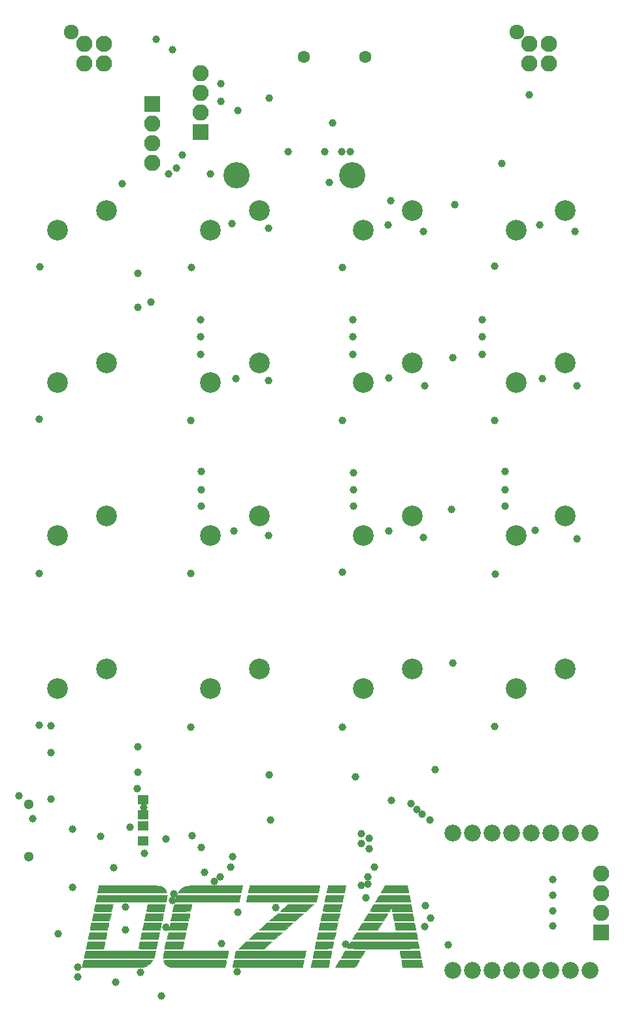
<source format=gts>
G04 #@! TF.GenerationSoftware,KiCad,Pcbnew,(5.0.0-rc2-dev-321-g78161b592)*
G04 #@! TF.CreationDate,2018-06-28T11:08:08-06:00*
G04 #@! TF.ProjectId,KeyGridBadge,4B65794772696442616467652E6B6963,rev?*
G04 #@! TF.SameCoordinates,Original*
G04 #@! TF.FileFunction,Soldermask,Top*
G04 #@! TF.FilePolarity,Negative*
%FSLAX46Y46*%
G04 Gerber Fmt 4.6, Leading zero omitted, Abs format (unit mm)*
G04 Created by KiCad (PCBNEW (5.0.0-rc2-dev-321-g78161b592)) date 06/28/18 11:08:08*
%MOMM*%
%LPD*%
G01*
G04 APERTURE LIST*
%ADD10C,0.010000*%
%ADD11C,3.400000*%
%ADD12C,2.686000*%
%ADD13O,2.100000X2.100000*%
%ADD14R,2.100000X2.100000*%
%ADD15C,1.924000*%
%ADD16C,2.100000*%
%ADD17C,1.300000*%
%ADD18C,2.178000*%
%ADD19R,1.400000X1.245000*%
%ADD20C,1.600000*%
%ADD21C,1.000000*%
G04 APERTURE END LIST*
D10*
G36*
X84967593Y-158004679D02*
X85168822Y-158005191D01*
X85352895Y-158006005D01*
X85515937Y-158007085D01*
X85654075Y-158008398D01*
X85763434Y-158009911D01*
X85840140Y-158011591D01*
X85880319Y-158013402D01*
X85885500Y-158014344D01*
X85881268Y-158037973D01*
X85869683Y-158095154D01*
X85852409Y-158178076D01*
X85831110Y-158278929D01*
X85807451Y-158389903D01*
X85783095Y-158503187D01*
X85759708Y-158610971D01*
X85738953Y-158705446D01*
X85724092Y-158771792D01*
X85691606Y-158914667D01*
X83425577Y-158914667D01*
X83439553Y-158858983D01*
X83448930Y-158818762D01*
X83464607Y-158748453D01*
X83484946Y-158655693D01*
X83508306Y-158548119D01*
X83533049Y-158433367D01*
X83557534Y-158319076D01*
X83580122Y-158212882D01*
X83599174Y-158122422D01*
X83613049Y-158055334D01*
X83620109Y-158019255D01*
X83620666Y-158015346D01*
X83641187Y-158013292D01*
X83700167Y-158011364D01*
X83793731Y-158009601D01*
X83918006Y-158008040D01*
X84069117Y-158006717D01*
X84243190Y-158005669D01*
X84436350Y-158004935D01*
X84644723Y-158004550D01*
X84753083Y-158004500D01*
X84967593Y-158004679D01*
X84967593Y-158004679D01*
G37*
X84967593Y-158004679D02*
X85168822Y-158005191D01*
X85352895Y-158006005D01*
X85515937Y-158007085D01*
X85654075Y-158008398D01*
X85763434Y-158009911D01*
X85840140Y-158011591D01*
X85880319Y-158013402D01*
X85885500Y-158014344D01*
X85881268Y-158037973D01*
X85869683Y-158095154D01*
X85852409Y-158178076D01*
X85831110Y-158278929D01*
X85807451Y-158389903D01*
X85783095Y-158503187D01*
X85759708Y-158610971D01*
X85738953Y-158705446D01*
X85724092Y-158771792D01*
X85691606Y-158914667D01*
X83425577Y-158914667D01*
X83439553Y-158858983D01*
X83448930Y-158818762D01*
X83464607Y-158748453D01*
X83484946Y-158655693D01*
X83508306Y-158548119D01*
X83533049Y-158433367D01*
X83557534Y-158319076D01*
X83580122Y-158212882D01*
X83599174Y-158122422D01*
X83613049Y-158055334D01*
X83620109Y-158019255D01*
X83620666Y-158015346D01*
X83641187Y-158013292D01*
X83700167Y-158011364D01*
X83793731Y-158009601D01*
X83918006Y-158008040D01*
X84069117Y-158006717D01*
X84243190Y-158005669D01*
X84436350Y-158004935D01*
X84644723Y-158004550D01*
X84753083Y-158004500D01*
X84967593Y-158004679D01*
G36*
X78832111Y-150765868D02*
X79317876Y-150765897D01*
X79763172Y-150765925D01*
X80169862Y-150766000D01*
X80539811Y-150766175D01*
X80874881Y-150766499D01*
X81176937Y-150767023D01*
X81447843Y-150767798D01*
X81689462Y-150768874D01*
X81903659Y-150770302D01*
X82092296Y-150772133D01*
X82257239Y-150774416D01*
X82400350Y-150777204D01*
X82523494Y-150780547D01*
X82628534Y-150784494D01*
X82717334Y-150789097D01*
X82791758Y-150794407D01*
X82853671Y-150800473D01*
X82904934Y-150807347D01*
X82947414Y-150815079D01*
X82982972Y-150823721D01*
X83013474Y-150833321D01*
X83040783Y-150843932D01*
X83066762Y-150855604D01*
X83093276Y-150868387D01*
X83122188Y-150882332D01*
X83122338Y-150882403D01*
X83244658Y-150955905D01*
X83365439Y-151055848D01*
X83471655Y-151169912D01*
X83550281Y-151285779D01*
X83551724Y-151288486D01*
X83587068Y-151362730D01*
X83622499Y-151449384D01*
X83653502Y-151535840D01*
X83675562Y-151609486D01*
X83684162Y-151657714D01*
X83684166Y-151658342D01*
X83663325Y-151660016D01*
X83602101Y-151661646D01*
X83502445Y-151663225D01*
X83366309Y-151664744D01*
X83195643Y-151666197D01*
X82992398Y-151667575D01*
X82758525Y-151668871D01*
X82495975Y-151670078D01*
X82206698Y-151671188D01*
X81892646Y-151672193D01*
X81555770Y-151673086D01*
X81198020Y-151673860D01*
X80821347Y-151674506D01*
X80427702Y-151675017D01*
X80019036Y-151675386D01*
X79597299Y-151675604D01*
X79218000Y-151675667D01*
X78786401Y-151675585D01*
X78366161Y-151675344D01*
X77959230Y-151674951D01*
X77567560Y-151674415D01*
X77193100Y-151673743D01*
X76837802Y-151672943D01*
X76503616Y-151672022D01*
X76192494Y-151670988D01*
X75906387Y-151669849D01*
X75647245Y-151668613D01*
X75417019Y-151667286D01*
X75217660Y-151665878D01*
X75051119Y-151664395D01*
X74919346Y-151662845D01*
X74824294Y-151661235D01*
X74767912Y-151659575D01*
X74751833Y-151658081D01*
X74756078Y-151634190D01*
X74767748Y-151576436D01*
X74785241Y-151492318D01*
X74806958Y-151389334D01*
X74831298Y-151274983D01*
X74856662Y-151156763D01*
X74881449Y-151042171D01*
X74904059Y-150938706D01*
X74922893Y-150853866D01*
X74932151Y-150813125D01*
X74943139Y-150765500D01*
X78832111Y-150765868D01*
X78832111Y-150765868D01*
G37*
X78832111Y-150765868D02*
X79317876Y-150765897D01*
X79763172Y-150765925D01*
X80169862Y-150766000D01*
X80539811Y-150766175D01*
X80874881Y-150766499D01*
X81176937Y-150767023D01*
X81447843Y-150767798D01*
X81689462Y-150768874D01*
X81903659Y-150770302D01*
X82092296Y-150772133D01*
X82257239Y-150774416D01*
X82400350Y-150777204D01*
X82523494Y-150780547D01*
X82628534Y-150784494D01*
X82717334Y-150789097D01*
X82791758Y-150794407D01*
X82853671Y-150800473D01*
X82904934Y-150807347D01*
X82947414Y-150815079D01*
X82982972Y-150823721D01*
X83013474Y-150833321D01*
X83040783Y-150843932D01*
X83066762Y-150855604D01*
X83093276Y-150868387D01*
X83122188Y-150882332D01*
X83122338Y-150882403D01*
X83244658Y-150955905D01*
X83365439Y-151055848D01*
X83471655Y-151169912D01*
X83550281Y-151285779D01*
X83551724Y-151288486D01*
X83587068Y-151362730D01*
X83622499Y-151449384D01*
X83653502Y-151535840D01*
X83675562Y-151609486D01*
X83684162Y-151657714D01*
X83684166Y-151658342D01*
X83663325Y-151660016D01*
X83602101Y-151661646D01*
X83502445Y-151663225D01*
X83366309Y-151664744D01*
X83195643Y-151666197D01*
X82992398Y-151667575D01*
X82758525Y-151668871D01*
X82495975Y-151670078D01*
X82206698Y-151671188D01*
X81892646Y-151672193D01*
X81555770Y-151673086D01*
X81198020Y-151673860D01*
X80821347Y-151674506D01*
X80427702Y-151675017D01*
X80019036Y-151675386D01*
X79597299Y-151675604D01*
X79218000Y-151675667D01*
X78786401Y-151675585D01*
X78366161Y-151675344D01*
X77959230Y-151674951D01*
X77567560Y-151674415D01*
X77193100Y-151673743D01*
X76837802Y-151672943D01*
X76503616Y-151672022D01*
X76192494Y-151670988D01*
X75906387Y-151669849D01*
X75647245Y-151668613D01*
X75417019Y-151667286D01*
X75217660Y-151665878D01*
X75051119Y-151664395D01*
X74919346Y-151662845D01*
X74824294Y-151661235D01*
X74767912Y-151659575D01*
X74751833Y-151658081D01*
X74756078Y-151634190D01*
X74767748Y-151576436D01*
X74785241Y-151492318D01*
X74806958Y-151389334D01*
X74831298Y-151274983D01*
X74856662Y-151156763D01*
X74881449Y-151042171D01*
X74904059Y-150938706D01*
X74922893Y-150853866D01*
X74932151Y-150813125D01*
X74943139Y-150765500D01*
X78832111Y-150765868D01*
G36*
X77849113Y-160417565D02*
X78269241Y-160417757D01*
X78676058Y-160418068D01*
X79067613Y-160418494D01*
X79441956Y-160419027D01*
X79797134Y-160419662D01*
X80131197Y-160420393D01*
X80442192Y-160421214D01*
X80728170Y-160422118D01*
X80987177Y-160423099D01*
X81217263Y-160424152D01*
X81416477Y-160425270D01*
X81582866Y-160426447D01*
X81714481Y-160427677D01*
X81809369Y-160428954D01*
X81865578Y-160430272D01*
X81881500Y-160431452D01*
X81868860Y-160456569D01*
X81835229Y-160505565D01*
X81787039Y-160570069D01*
X81730721Y-160641709D01*
X81672708Y-160712114D01*
X81619433Y-160772913D01*
X81617637Y-160774869D01*
X81440048Y-160938973D01*
X81231794Y-161081228D01*
X81001064Y-161196590D01*
X80833750Y-161257650D01*
X80643250Y-161317084D01*
X76700958Y-161322755D01*
X76295787Y-161323278D01*
X75902101Y-161323669D01*
X75521974Y-161323930D01*
X75157484Y-161324065D01*
X74810708Y-161324077D01*
X74483721Y-161323969D01*
X74178600Y-161323743D01*
X73897422Y-161323402D01*
X73642263Y-161322951D01*
X73415199Y-161322391D01*
X73218307Y-161321725D01*
X73053663Y-161320957D01*
X72923344Y-161320090D01*
X72829427Y-161319126D01*
X72773987Y-161318069D01*
X72758666Y-161317091D01*
X72762915Y-161294186D01*
X72774574Y-161237505D01*
X72792013Y-161154631D01*
X72813601Y-161053142D01*
X72837706Y-160940622D01*
X72862698Y-160824650D01*
X72886945Y-160712808D01*
X72908817Y-160612677D01*
X72926683Y-160531838D01*
X72938912Y-160477872D01*
X72941955Y-160465125D01*
X72953755Y-160417500D01*
X77417627Y-160417500D01*
X77849113Y-160417565D01*
X77849113Y-160417565D01*
G37*
X77849113Y-160417565D02*
X78269241Y-160417757D01*
X78676058Y-160418068D01*
X79067613Y-160418494D01*
X79441956Y-160419027D01*
X79797134Y-160419662D01*
X80131197Y-160420393D01*
X80442192Y-160421214D01*
X80728170Y-160422118D01*
X80987177Y-160423099D01*
X81217263Y-160424152D01*
X81416477Y-160425270D01*
X81582866Y-160426447D01*
X81714481Y-160427677D01*
X81809369Y-160428954D01*
X81865578Y-160430272D01*
X81881500Y-160431452D01*
X81868860Y-160456569D01*
X81835229Y-160505565D01*
X81787039Y-160570069D01*
X81730721Y-160641709D01*
X81672708Y-160712114D01*
X81619433Y-160772913D01*
X81617637Y-160774869D01*
X81440048Y-160938973D01*
X81231794Y-161081228D01*
X81001064Y-161196590D01*
X80833750Y-161257650D01*
X80643250Y-161317084D01*
X76700958Y-161322755D01*
X76295787Y-161323278D01*
X75902101Y-161323669D01*
X75521974Y-161323930D01*
X75157484Y-161324065D01*
X74810708Y-161324077D01*
X74483721Y-161323969D01*
X74178600Y-161323743D01*
X73897422Y-161323402D01*
X73642263Y-161322951D01*
X73415199Y-161322391D01*
X73218307Y-161321725D01*
X73053663Y-161320957D01*
X72923344Y-161320090D01*
X72829427Y-161319126D01*
X72773987Y-161318069D01*
X72758666Y-161317091D01*
X72762915Y-161294186D01*
X72774574Y-161237505D01*
X72792013Y-161154631D01*
X72813601Y-161053142D01*
X72837706Y-160940622D01*
X72862698Y-160824650D01*
X72886945Y-160712808D01*
X72908817Y-160612677D01*
X72926683Y-160531838D01*
X72938912Y-160477872D01*
X72941955Y-160465125D01*
X72953755Y-160417500D01*
X77417627Y-160417500D01*
X77849113Y-160417565D01*
G36*
X87899054Y-160417604D02*
X88382309Y-160417913D01*
X88833764Y-160418423D01*
X89252584Y-160419131D01*
X89637932Y-160420030D01*
X89988975Y-160421119D01*
X90304877Y-160422392D01*
X90584804Y-160423846D01*
X90827919Y-160425475D01*
X91033387Y-160427277D01*
X91200375Y-160429247D01*
X91328046Y-160431381D01*
X91415565Y-160433674D01*
X91462098Y-160436123D01*
X91470000Y-160437698D01*
X91465737Y-160462296D01*
X91454032Y-160520653D01*
X91436506Y-160605177D01*
X91414783Y-160708274D01*
X91390486Y-160822352D01*
X91365236Y-160939819D01*
X91340656Y-161053082D01*
X91318370Y-161154548D01*
X91300000Y-161236626D01*
X91289970Y-161280042D01*
X91278693Y-161327667D01*
X87781305Y-161324495D01*
X87398855Y-161324099D01*
X87027338Y-161323615D01*
X86669012Y-161323053D01*
X86326133Y-161322419D01*
X86000962Y-161321721D01*
X85695756Y-161320965D01*
X85412773Y-161320160D01*
X85154271Y-161319313D01*
X84922510Y-161318430D01*
X84719747Y-161317520D01*
X84548239Y-161316590D01*
X84410247Y-161315647D01*
X84308027Y-161314698D01*
X84243839Y-161313751D01*
X84220416Y-161312902D01*
X84030838Y-161270536D01*
X83851849Y-161197547D01*
X83690728Y-161098524D01*
X83554751Y-160978056D01*
X83451199Y-160840731D01*
X83439909Y-160820800D01*
X83403445Y-160746714D01*
X83366633Y-160660357D01*
X83334043Y-160573941D01*
X83310244Y-160499680D01*
X83299804Y-160449788D01*
X83299666Y-160445937D01*
X83305213Y-160442464D01*
X83322929Y-160439275D01*
X83354434Y-160436358D01*
X83401342Y-160433702D01*
X83465271Y-160431295D01*
X83547838Y-160429127D01*
X83650659Y-160427186D01*
X83775351Y-160425461D01*
X83923532Y-160423941D01*
X84096817Y-160422614D01*
X84296823Y-160421469D01*
X84525168Y-160420495D01*
X84783469Y-160419681D01*
X85073341Y-160419015D01*
X85396401Y-160418486D01*
X85754267Y-160418083D01*
X86148556Y-160417794D01*
X86580883Y-160417609D01*
X87052866Y-160417517D01*
X87384833Y-160417500D01*
X87899054Y-160417604D01*
X87899054Y-160417604D01*
G37*
X87899054Y-160417604D02*
X88382309Y-160417913D01*
X88833764Y-160418423D01*
X89252584Y-160419131D01*
X89637932Y-160420030D01*
X89988975Y-160421119D01*
X90304877Y-160422392D01*
X90584804Y-160423846D01*
X90827919Y-160425475D01*
X91033387Y-160427277D01*
X91200375Y-160429247D01*
X91328046Y-160431381D01*
X91415565Y-160433674D01*
X91462098Y-160436123D01*
X91470000Y-160437698D01*
X91465737Y-160462296D01*
X91454032Y-160520653D01*
X91436506Y-160605177D01*
X91414783Y-160708274D01*
X91390486Y-160822352D01*
X91365236Y-160939819D01*
X91340656Y-161053082D01*
X91318370Y-161154548D01*
X91300000Y-161236626D01*
X91289970Y-161280042D01*
X91278693Y-161327667D01*
X87781305Y-161324495D01*
X87398855Y-161324099D01*
X87027338Y-161323615D01*
X86669012Y-161323053D01*
X86326133Y-161322419D01*
X86000962Y-161321721D01*
X85695756Y-161320965D01*
X85412773Y-161320160D01*
X85154271Y-161319313D01*
X84922510Y-161318430D01*
X84719747Y-161317520D01*
X84548239Y-161316590D01*
X84410247Y-161315647D01*
X84308027Y-161314698D01*
X84243839Y-161313751D01*
X84220416Y-161312902D01*
X84030838Y-161270536D01*
X83851849Y-161197547D01*
X83690728Y-161098524D01*
X83554751Y-160978056D01*
X83451199Y-160840731D01*
X83439909Y-160820800D01*
X83403445Y-160746714D01*
X83366633Y-160660357D01*
X83334043Y-160573941D01*
X83310244Y-160499680D01*
X83299804Y-160449788D01*
X83299666Y-160445937D01*
X83305213Y-160442464D01*
X83322929Y-160439275D01*
X83354434Y-160436358D01*
X83401342Y-160433702D01*
X83465271Y-160431295D01*
X83547838Y-160429127D01*
X83650659Y-160427186D01*
X83775351Y-160425461D01*
X83923532Y-160423941D01*
X84096817Y-160422614D01*
X84296823Y-160421469D01*
X84525168Y-160420495D01*
X84783469Y-160419681D01*
X85073341Y-160419015D01*
X85396401Y-160418486D01*
X85754267Y-160418083D01*
X86148556Y-160417794D01*
X86580883Y-160417609D01*
X87052866Y-160417517D01*
X87384833Y-160417500D01*
X87899054Y-160417604D01*
G36*
X97389700Y-160417576D02*
X97812904Y-160417799D01*
X98222824Y-160418163D01*
X98617523Y-160418660D01*
X98995064Y-160419282D01*
X99353509Y-160420024D01*
X99690920Y-160420878D01*
X100005358Y-160421837D01*
X100294887Y-160422893D01*
X100557568Y-160424040D01*
X100791464Y-160425271D01*
X100994637Y-160426579D01*
X101165149Y-160427956D01*
X101301062Y-160429396D01*
X101400439Y-160430891D01*
X101461341Y-160432434D01*
X101481833Y-160434005D01*
X101477470Y-160458753D01*
X101465278Y-160518471D01*
X101446607Y-160606802D01*
X101422805Y-160717389D01*
X101395218Y-160843874D01*
X101386583Y-160883167D01*
X101358211Y-161012312D01*
X101333205Y-161126652D01*
X101312902Y-161220028D01*
X101298641Y-161286280D01*
X101291759Y-161319249D01*
X101291333Y-161321745D01*
X101270489Y-161322313D01*
X101209249Y-161322867D01*
X101109549Y-161323403D01*
X100973326Y-161323919D01*
X100802517Y-161324412D01*
X100599059Y-161324881D01*
X100364889Y-161325322D01*
X100101944Y-161325734D01*
X99812160Y-161326112D01*
X99497474Y-161326456D01*
X99159824Y-161326762D01*
X98801146Y-161327028D01*
X98423376Y-161327251D01*
X98028452Y-161327429D01*
X97618311Y-161327560D01*
X97194889Y-161327640D01*
X96760240Y-161327667D01*
X96244024Y-161327655D01*
X95768483Y-161327610D01*
X95331957Y-161327519D01*
X94932787Y-161327369D01*
X94569315Y-161327144D01*
X94239881Y-161326832D01*
X93942827Y-161326420D01*
X93676493Y-161325894D01*
X93439221Y-161325239D01*
X93229351Y-161324443D01*
X93045225Y-161323492D01*
X92885183Y-161322372D01*
X92747567Y-161321070D01*
X92630718Y-161319572D01*
X92532976Y-161317864D01*
X92452683Y-161315934D01*
X92388179Y-161313767D01*
X92337806Y-161311349D01*
X92299905Y-161308668D01*
X92272817Y-161305709D01*
X92254882Y-161302460D01*
X92244442Y-161298905D01*
X92239838Y-161295033D01*
X92239411Y-161290828D01*
X92239465Y-161290625D01*
X92246904Y-161259250D01*
X92261623Y-161193384D01*
X92282109Y-161099947D01*
X92306845Y-160985857D01*
X92334316Y-160858034D01*
X92339127Y-160835542D01*
X92428471Y-160417500D01*
X96955152Y-160417500D01*
X97389700Y-160417576D01*
X97389700Y-160417576D01*
G37*
X97389700Y-160417576D02*
X97812904Y-160417799D01*
X98222824Y-160418163D01*
X98617523Y-160418660D01*
X98995064Y-160419282D01*
X99353509Y-160420024D01*
X99690920Y-160420878D01*
X100005358Y-160421837D01*
X100294887Y-160422893D01*
X100557568Y-160424040D01*
X100791464Y-160425271D01*
X100994637Y-160426579D01*
X101165149Y-160427956D01*
X101301062Y-160429396D01*
X101400439Y-160430891D01*
X101461341Y-160432434D01*
X101481833Y-160434005D01*
X101477470Y-160458753D01*
X101465278Y-160518471D01*
X101446607Y-160606802D01*
X101422805Y-160717389D01*
X101395218Y-160843874D01*
X101386583Y-160883167D01*
X101358211Y-161012312D01*
X101333205Y-161126652D01*
X101312902Y-161220028D01*
X101298641Y-161286280D01*
X101291759Y-161319249D01*
X101291333Y-161321745D01*
X101270489Y-161322313D01*
X101209249Y-161322867D01*
X101109549Y-161323403D01*
X100973326Y-161323919D01*
X100802517Y-161324412D01*
X100599059Y-161324881D01*
X100364889Y-161325322D01*
X100101944Y-161325734D01*
X99812160Y-161326112D01*
X99497474Y-161326456D01*
X99159824Y-161326762D01*
X98801146Y-161327028D01*
X98423376Y-161327251D01*
X98028452Y-161327429D01*
X97618311Y-161327560D01*
X97194889Y-161327640D01*
X96760240Y-161327667D01*
X96244024Y-161327655D01*
X95768483Y-161327610D01*
X95331957Y-161327519D01*
X94932787Y-161327369D01*
X94569315Y-161327144D01*
X94239881Y-161326832D01*
X93942827Y-161326420D01*
X93676493Y-161325894D01*
X93439221Y-161325239D01*
X93229351Y-161324443D01*
X93045225Y-161323492D01*
X92885183Y-161322372D01*
X92747567Y-161321070D01*
X92630718Y-161319572D01*
X92532976Y-161317864D01*
X92452683Y-161315934D01*
X92388179Y-161313767D01*
X92337806Y-161311349D01*
X92299905Y-161308668D01*
X92272817Y-161305709D01*
X92254882Y-161302460D01*
X92244442Y-161298905D01*
X92239838Y-161295033D01*
X92239411Y-161290828D01*
X92239465Y-161290625D01*
X92246904Y-161259250D01*
X92261623Y-161193384D01*
X92282109Y-161099947D01*
X92306845Y-160985857D01*
X92334316Y-160858034D01*
X92339127Y-160835542D01*
X92428471Y-160417500D01*
X96955152Y-160417500D01*
X97389700Y-160417576D01*
G36*
X103929426Y-160417798D02*
X104130655Y-160418655D01*
X104314727Y-160420014D01*
X104477770Y-160421819D01*
X104615908Y-160424014D01*
X104725267Y-160426543D01*
X104801973Y-160429348D01*
X104842152Y-160432375D01*
X104847333Y-160433949D01*
X104843112Y-160457762D01*
X104831527Y-160515330D01*
X104814199Y-160599041D01*
X104792746Y-160701279D01*
X104768786Y-160814432D01*
X104743938Y-160930885D01*
X104719823Y-161043025D01*
X104698057Y-161143237D01*
X104680261Y-161223909D01*
X104668053Y-161277426D01*
X104667430Y-161280042D01*
X104656026Y-161327667D01*
X102391193Y-161327667D01*
X102402596Y-161280042D01*
X102414337Y-161228786D01*
X102431783Y-161149825D01*
X102453315Y-161050772D01*
X102477315Y-160939240D01*
X102502164Y-160822843D01*
X102526242Y-160709196D01*
X102547932Y-160605912D01*
X102565613Y-160520604D01*
X102577667Y-160460887D01*
X102582476Y-160434375D01*
X102582500Y-160433949D01*
X102603020Y-160430833D01*
X102662000Y-160427910D01*
X102755564Y-160425236D01*
X102879839Y-160422868D01*
X103030949Y-160420862D01*
X103205022Y-160419273D01*
X103398181Y-160418159D01*
X103606554Y-160417575D01*
X103714916Y-160417500D01*
X103929426Y-160417798D01*
X103929426Y-160417798D01*
G37*
X103929426Y-160417798D02*
X104130655Y-160418655D01*
X104314727Y-160420014D01*
X104477770Y-160421819D01*
X104615908Y-160424014D01*
X104725267Y-160426543D01*
X104801973Y-160429348D01*
X104842152Y-160432375D01*
X104847333Y-160433949D01*
X104843112Y-160457762D01*
X104831527Y-160515330D01*
X104814199Y-160599041D01*
X104792746Y-160701279D01*
X104768786Y-160814432D01*
X104743938Y-160930885D01*
X104719823Y-161043025D01*
X104698057Y-161143237D01*
X104680261Y-161223909D01*
X104668053Y-161277426D01*
X104667430Y-161280042D01*
X104656026Y-161327667D01*
X102391193Y-161327667D01*
X102402596Y-161280042D01*
X102414337Y-161228786D01*
X102431783Y-161149825D01*
X102453315Y-161050772D01*
X102477315Y-160939240D01*
X102502164Y-160822843D01*
X102526242Y-160709196D01*
X102547932Y-160605912D01*
X102565613Y-160520604D01*
X102577667Y-160460887D01*
X102582476Y-160434375D01*
X102582500Y-160433949D01*
X102603020Y-160430833D01*
X102662000Y-160427910D01*
X102755564Y-160425236D01*
X102879839Y-160422868D01*
X103030949Y-160420862D01*
X103205022Y-160419273D01*
X103398181Y-160418159D01*
X103606554Y-160417575D01*
X103714916Y-160417500D01*
X103929426Y-160417798D01*
G36*
X107629241Y-160417756D02*
X107844304Y-160418492D01*
X108042633Y-160419663D01*
X108220586Y-160421225D01*
X108374519Y-160423131D01*
X108500790Y-160425336D01*
X108595755Y-160427796D01*
X108655772Y-160430464D01*
X108677199Y-160433296D01*
X108677208Y-160433375D01*
X108666101Y-160455054D01*
X108635588Y-160507472D01*
X108588763Y-160585511D01*
X108528716Y-160684048D01*
X108458539Y-160797964D01*
X108405633Y-160883167D01*
X108135349Y-161317084D01*
X106848632Y-161322540D01*
X105561915Y-161327997D01*
X105592595Y-161280207D01*
X105612344Y-161248677D01*
X105650580Y-161186969D01*
X105703655Y-161100992D01*
X105767926Y-160996657D01*
X105839745Y-160879870D01*
X105873475Y-160824959D01*
X106123674Y-160417500D01*
X107401087Y-160417500D01*
X107629241Y-160417756D01*
X107629241Y-160417756D01*
G37*
X107629241Y-160417756D02*
X107844304Y-160418492D01*
X108042633Y-160419663D01*
X108220586Y-160421225D01*
X108374519Y-160423131D01*
X108500790Y-160425336D01*
X108595755Y-160427796D01*
X108655772Y-160430464D01*
X108677199Y-160433296D01*
X108677208Y-160433375D01*
X108666101Y-160455054D01*
X108635588Y-160507472D01*
X108588763Y-160585511D01*
X108528716Y-160684048D01*
X108458539Y-160797964D01*
X108405633Y-160883167D01*
X108135349Y-161317084D01*
X106848632Y-161322540D01*
X105561915Y-161327997D01*
X105592595Y-161280207D01*
X105612344Y-161248677D01*
X105650580Y-161186969D01*
X105703655Y-161100992D01*
X105767926Y-160996657D01*
X105839745Y-160879870D01*
X105873475Y-160824959D01*
X106123674Y-160417500D01*
X107401087Y-160417500D01*
X107629241Y-160417756D01*
G36*
X116110572Y-160417166D02*
X116276950Y-160417660D01*
X116423448Y-160418472D01*
X116545623Y-160419616D01*
X116639030Y-160421108D01*
X116699228Y-160422959D01*
X116721773Y-160425186D01*
X116721833Y-160425314D01*
X116725528Y-160448791D01*
X116735663Y-160506186D01*
X116750811Y-160589822D01*
X116769546Y-160692022D01*
X116790442Y-160805109D01*
X116812074Y-160921406D01*
X116833014Y-161033234D01*
X116851837Y-161132916D01*
X116867116Y-161212775D01*
X116877426Y-161265135D01*
X116880606Y-161280042D01*
X116891973Y-161327667D01*
X115605694Y-161327633D01*
X114319416Y-161327600D01*
X114239545Y-160888425D01*
X114215807Y-160757054D01*
X114194923Y-160639857D01*
X114178003Y-160543200D01*
X114166157Y-160473447D01*
X114160495Y-160436961D01*
X114160170Y-160433375D01*
X114180668Y-160431000D01*
X114239046Y-160428762D01*
X114330861Y-160426674D01*
X114451670Y-160424751D01*
X114597030Y-160423007D01*
X114762498Y-160421455D01*
X114943631Y-160420111D01*
X115135986Y-160418987D01*
X115335119Y-160418097D01*
X115536587Y-160417456D01*
X115735947Y-160417078D01*
X115928757Y-160416977D01*
X116110572Y-160417166D01*
X116110572Y-160417166D01*
G37*
X116110572Y-160417166D02*
X116276950Y-160417660D01*
X116423448Y-160418472D01*
X116545623Y-160419616D01*
X116639030Y-160421108D01*
X116699228Y-160422959D01*
X116721773Y-160425186D01*
X116721833Y-160425314D01*
X116725528Y-160448791D01*
X116735663Y-160506186D01*
X116750811Y-160589822D01*
X116769546Y-160692022D01*
X116790442Y-160805109D01*
X116812074Y-160921406D01*
X116833014Y-161033234D01*
X116851837Y-161132916D01*
X116867116Y-161212775D01*
X116877426Y-161265135D01*
X116880606Y-161280042D01*
X116891973Y-161327667D01*
X115605694Y-161327633D01*
X114319416Y-161327600D01*
X114239545Y-160888425D01*
X114215807Y-160757054D01*
X114194923Y-160639857D01*
X114178003Y-160543200D01*
X114166157Y-160473447D01*
X114160495Y-160436961D01*
X114160170Y-160433375D01*
X114180668Y-160431000D01*
X114239046Y-160428762D01*
X114330861Y-160426674D01*
X114451670Y-160424751D01*
X114597030Y-160423007D01*
X114762498Y-160421455D01*
X114943631Y-160420111D01*
X115135986Y-160418987D01*
X115335119Y-160418097D01*
X115536587Y-160417456D01*
X115735947Y-160417078D01*
X115928757Y-160416977D01*
X116110572Y-160417166D01*
G36*
X82255950Y-159258625D02*
X82247292Y-159296988D01*
X82231772Y-159367003D01*
X82211535Y-159458959D01*
X82188724Y-159563143D01*
X82187044Y-159570834D01*
X82160627Y-159687989D01*
X82132668Y-159805627D01*
X82106686Y-159909266D01*
X82087993Y-159978292D01*
X82046710Y-160121167D01*
X73008077Y-160121167D01*
X73019878Y-160073542D01*
X73029177Y-160033418D01*
X73044816Y-159963188D01*
X73065162Y-159870431D01*
X73088585Y-159762727D01*
X73113452Y-159647656D01*
X73138133Y-159532799D01*
X73160995Y-159425735D01*
X73180408Y-159334044D01*
X73194740Y-159265306D01*
X73202360Y-159227101D01*
X73203166Y-159221956D01*
X73224010Y-159220905D01*
X73285251Y-159219881D01*
X73384951Y-159218889D01*
X73521175Y-159217935D01*
X73691986Y-159217021D01*
X73895446Y-159216154D01*
X74129620Y-159215338D01*
X74392571Y-159214577D01*
X74682361Y-159213876D01*
X74997055Y-159213241D01*
X75334716Y-159212674D01*
X75693407Y-159212182D01*
X76071191Y-159211769D01*
X76466131Y-159211440D01*
X76876292Y-159211199D01*
X77299736Y-159211051D01*
X77734527Y-159211000D01*
X82267089Y-159211000D01*
X82255950Y-159258625D01*
X82255950Y-159258625D01*
G37*
X82255950Y-159258625D02*
X82247292Y-159296988D01*
X82231772Y-159367003D01*
X82211535Y-159458959D01*
X82188724Y-159563143D01*
X82187044Y-159570834D01*
X82160627Y-159687989D01*
X82132668Y-159805627D01*
X82106686Y-159909266D01*
X82087993Y-159978292D01*
X82046710Y-160121167D01*
X73008077Y-160121167D01*
X73019878Y-160073542D01*
X73029177Y-160033418D01*
X73044816Y-159963188D01*
X73065162Y-159870431D01*
X73088585Y-159762727D01*
X73113452Y-159647656D01*
X73138133Y-159532799D01*
X73160995Y-159425735D01*
X73180408Y-159334044D01*
X73194740Y-159265306D01*
X73202360Y-159227101D01*
X73203166Y-159221956D01*
X73224010Y-159220905D01*
X73285251Y-159219881D01*
X73384951Y-159218889D01*
X73521175Y-159217935D01*
X73691986Y-159217021D01*
X73895446Y-159216154D01*
X74129620Y-159215338D01*
X74392571Y-159214577D01*
X74682361Y-159213876D01*
X74997055Y-159213241D01*
X75334716Y-159212674D01*
X75693407Y-159212182D01*
X76071191Y-159211769D01*
X76466131Y-159211440D01*
X76876292Y-159211199D01*
X77299736Y-159211051D01*
X77734527Y-159211000D01*
X82267089Y-159211000D01*
X82255950Y-159258625D01*
G36*
X88144308Y-159211105D02*
X88669377Y-159211420D01*
X89152363Y-159211946D01*
X89593389Y-159212684D01*
X89992580Y-159213634D01*
X90350059Y-159214797D01*
X90665952Y-159216173D01*
X90940383Y-159217763D01*
X91173475Y-159219568D01*
X91365354Y-159221589D01*
X91516144Y-159223825D01*
X91625968Y-159226279D01*
X91694953Y-159228949D01*
X91723221Y-159231838D01*
X91724000Y-159232429D01*
X91719716Y-159259046D01*
X91707974Y-159319218D01*
X91690433Y-159405159D01*
X91668758Y-159509085D01*
X91644608Y-159623210D01*
X91619645Y-159739751D01*
X91595531Y-159850923D01*
X91573929Y-159948940D01*
X91556498Y-160026017D01*
X91544902Y-160074371D01*
X91542207Y-160084125D01*
X91539310Y-160088534D01*
X91532325Y-160092579D01*
X91519506Y-160096277D01*
X91499110Y-160099642D01*
X91469391Y-160102691D01*
X91428605Y-160105438D01*
X91375007Y-160107900D01*
X91306853Y-160110092D01*
X91222397Y-160112030D01*
X91119896Y-160113729D01*
X90997605Y-160115204D01*
X90853778Y-160116472D01*
X90686672Y-160117548D01*
X90494542Y-160118447D01*
X90275643Y-160119186D01*
X90028230Y-160119779D01*
X89750558Y-160120242D01*
X89440884Y-160120591D01*
X89097462Y-160120841D01*
X88718548Y-160121008D01*
X88302397Y-160121108D01*
X87847265Y-160121155D01*
X87392004Y-160121167D01*
X83253360Y-160121167D01*
X83267670Y-160010042D01*
X83282002Y-159917081D01*
X83304679Y-159792597D01*
X83333817Y-159646145D01*
X83367531Y-159487283D01*
X83394979Y-159364459D01*
X83430059Y-159211000D01*
X87577029Y-159211000D01*
X88144308Y-159211105D01*
X88144308Y-159211105D01*
G37*
X88144308Y-159211105D02*
X88669377Y-159211420D01*
X89152363Y-159211946D01*
X89593389Y-159212684D01*
X89992580Y-159213634D01*
X90350059Y-159214797D01*
X90665952Y-159216173D01*
X90940383Y-159217763D01*
X91173475Y-159219568D01*
X91365354Y-159221589D01*
X91516144Y-159223825D01*
X91625968Y-159226279D01*
X91694953Y-159228949D01*
X91723221Y-159231838D01*
X91724000Y-159232429D01*
X91719716Y-159259046D01*
X91707974Y-159319218D01*
X91690433Y-159405159D01*
X91668758Y-159509085D01*
X91644608Y-159623210D01*
X91619645Y-159739751D01*
X91595531Y-159850923D01*
X91573929Y-159948940D01*
X91556498Y-160026017D01*
X91544902Y-160074371D01*
X91542207Y-160084125D01*
X91539310Y-160088534D01*
X91532325Y-160092579D01*
X91519506Y-160096277D01*
X91499110Y-160099642D01*
X91469391Y-160102691D01*
X91428605Y-160105438D01*
X91375007Y-160107900D01*
X91306853Y-160110092D01*
X91222397Y-160112030D01*
X91119896Y-160113729D01*
X90997605Y-160115204D01*
X90853778Y-160116472D01*
X90686672Y-160117548D01*
X90494542Y-160118447D01*
X90275643Y-160119186D01*
X90028230Y-160119779D01*
X89750558Y-160120242D01*
X89440884Y-160120591D01*
X89097462Y-160120841D01*
X88718548Y-160121008D01*
X88302397Y-160121108D01*
X87847265Y-160121155D01*
X87392004Y-160121167D01*
X83253360Y-160121167D01*
X83267670Y-160010042D01*
X83282002Y-159917081D01*
X83304679Y-159792597D01*
X83333817Y-159646145D01*
X83367531Y-159487283D01*
X83394979Y-159364459D01*
X83430059Y-159211000D01*
X87577029Y-159211000D01*
X88144308Y-159211105D01*
G36*
X97782493Y-159211097D02*
X98317920Y-159211387D01*
X98815935Y-159211867D01*
X99276159Y-159212536D01*
X99698212Y-159213393D01*
X100081714Y-159214436D01*
X100426286Y-159215662D01*
X100731548Y-159217070D01*
X100997120Y-159218659D01*
X101222622Y-159220427D01*
X101407675Y-159222371D01*
X101551899Y-159224491D01*
X101654915Y-159226784D01*
X101716342Y-159229249D01*
X101735833Y-159231778D01*
X101731549Y-159257555D01*
X101719803Y-159316939D01*
X101702252Y-159402195D01*
X101680551Y-159505589D01*
X101656358Y-159619388D01*
X101631329Y-159735859D01*
X101607121Y-159847267D01*
X101585391Y-159945879D01*
X101567795Y-160023961D01*
X101555990Y-160073780D01*
X101553243Y-160084125D01*
X101550520Y-160088347D01*
X101543793Y-160092235D01*
X101531394Y-160095805D01*
X101511657Y-160099070D01*
X101482915Y-160102042D01*
X101443502Y-160104737D01*
X101391749Y-160107166D01*
X101325990Y-160109345D01*
X101244559Y-160111287D01*
X101145788Y-160113004D01*
X101028011Y-160114512D01*
X100889560Y-160115823D01*
X100728769Y-160116951D01*
X100543971Y-160117909D01*
X100333499Y-160118712D01*
X100095686Y-160119372D01*
X99828865Y-160119904D01*
X99531369Y-160120321D01*
X99201532Y-160120636D01*
X98837687Y-160120863D01*
X98438166Y-160121017D01*
X98001303Y-160121109D01*
X97525430Y-160121155D01*
X97011975Y-160121167D01*
X96478681Y-160121124D01*
X95986293Y-160120988D01*
X95533387Y-160120752D01*
X95118536Y-160120408D01*
X94740315Y-160119946D01*
X94397296Y-160119359D01*
X94088054Y-160118638D01*
X93811163Y-160117775D01*
X93565198Y-160116762D01*
X93348731Y-160115589D01*
X93160337Y-160114250D01*
X92998590Y-160112735D01*
X92862064Y-160111036D01*
X92749332Y-160109145D01*
X92658970Y-160107053D01*
X92589550Y-160104752D01*
X92539647Y-160102234D01*
X92507834Y-160099491D01*
X92492686Y-160096513D01*
X92490962Y-160094709D01*
X92498097Y-160066789D01*
X92512555Y-160004064D01*
X92532866Y-159913136D01*
X92557557Y-159800611D01*
X92585159Y-159673092D01*
X92592345Y-159639625D01*
X92684237Y-159211000D01*
X97210035Y-159211000D01*
X97782493Y-159211097D01*
X97782493Y-159211097D01*
G37*
X97782493Y-159211097D02*
X98317920Y-159211387D01*
X98815935Y-159211867D01*
X99276159Y-159212536D01*
X99698212Y-159213393D01*
X100081714Y-159214436D01*
X100426286Y-159215662D01*
X100731548Y-159217070D01*
X100997120Y-159218659D01*
X101222622Y-159220427D01*
X101407675Y-159222371D01*
X101551899Y-159224491D01*
X101654915Y-159226784D01*
X101716342Y-159229249D01*
X101735833Y-159231778D01*
X101731549Y-159257555D01*
X101719803Y-159316939D01*
X101702252Y-159402195D01*
X101680551Y-159505589D01*
X101656358Y-159619388D01*
X101631329Y-159735859D01*
X101607121Y-159847267D01*
X101585391Y-159945879D01*
X101567795Y-160023961D01*
X101555990Y-160073780D01*
X101553243Y-160084125D01*
X101550520Y-160088347D01*
X101543793Y-160092235D01*
X101531394Y-160095805D01*
X101511657Y-160099070D01*
X101482915Y-160102042D01*
X101443502Y-160104737D01*
X101391749Y-160107166D01*
X101325990Y-160109345D01*
X101244559Y-160111287D01*
X101145788Y-160113004D01*
X101028011Y-160114512D01*
X100889560Y-160115823D01*
X100728769Y-160116951D01*
X100543971Y-160117909D01*
X100333499Y-160118712D01*
X100095686Y-160119372D01*
X99828865Y-160119904D01*
X99531369Y-160120321D01*
X99201532Y-160120636D01*
X98837687Y-160120863D01*
X98438166Y-160121017D01*
X98001303Y-160121109D01*
X97525430Y-160121155D01*
X97011975Y-160121167D01*
X96478681Y-160121124D01*
X95986293Y-160120988D01*
X95533387Y-160120752D01*
X95118536Y-160120408D01*
X94740315Y-160119946D01*
X94397296Y-160119359D01*
X94088054Y-160118638D01*
X93811163Y-160117775D01*
X93565198Y-160116762D01*
X93348731Y-160115589D01*
X93160337Y-160114250D01*
X92998590Y-160112735D01*
X92862064Y-160111036D01*
X92749332Y-160109145D01*
X92658970Y-160107053D01*
X92589550Y-160104752D01*
X92539647Y-160102234D01*
X92507834Y-160099491D01*
X92492686Y-160096513D01*
X92490962Y-160094709D01*
X92498097Y-160066789D01*
X92512555Y-160004064D01*
X92532866Y-159913136D01*
X92557557Y-159800611D01*
X92585159Y-159673092D01*
X92592345Y-159639625D01*
X92684237Y-159211000D01*
X97210035Y-159211000D01*
X97782493Y-159211097D01*
G36*
X104260096Y-159211404D02*
X104505264Y-159212615D01*
X104708377Y-159214631D01*
X104869384Y-159217453D01*
X104988235Y-159221079D01*
X105064878Y-159225507D01*
X105099262Y-159230738D01*
X105101333Y-159232539D01*
X105097046Y-159258903D01*
X105085295Y-159318834D01*
X105067740Y-159404563D01*
X105046042Y-159508320D01*
X105021864Y-159622334D01*
X104996866Y-159738837D01*
X104972711Y-159850057D01*
X104951059Y-159948225D01*
X104933572Y-160025570D01*
X104921912Y-160074324D01*
X104919238Y-160084125D01*
X104914667Y-160092243D01*
X104904065Y-160099084D01*
X104884079Y-160104758D01*
X104851360Y-160109372D01*
X104802556Y-160113035D01*
X104734315Y-160115856D01*
X104643286Y-160117943D01*
X104526119Y-160119405D01*
X104379461Y-160120350D01*
X104199962Y-160120885D01*
X103984270Y-160121121D01*
X103774725Y-160121167D01*
X103517881Y-160120981D01*
X103300590Y-160120379D01*
X103120075Y-160119296D01*
X102973557Y-160117667D01*
X102858259Y-160115426D01*
X102771402Y-160112507D01*
X102710208Y-160108846D01*
X102671899Y-160104376D01*
X102653696Y-160099032D01*
X102651441Y-160094709D01*
X102658705Y-160066784D01*
X102673249Y-160004047D01*
X102693598Y-159913103D01*
X102718279Y-159800559D01*
X102745818Y-159673021D01*
X102752965Y-159639625D01*
X102844518Y-159211000D01*
X103972925Y-159211000D01*
X104260096Y-159211404D01*
X104260096Y-159211404D01*
G37*
X104260096Y-159211404D02*
X104505264Y-159212615D01*
X104708377Y-159214631D01*
X104869384Y-159217453D01*
X104988235Y-159221079D01*
X105064878Y-159225507D01*
X105099262Y-159230738D01*
X105101333Y-159232539D01*
X105097046Y-159258903D01*
X105085295Y-159318834D01*
X105067740Y-159404563D01*
X105046042Y-159508320D01*
X105021864Y-159622334D01*
X104996866Y-159738837D01*
X104972711Y-159850057D01*
X104951059Y-159948225D01*
X104933572Y-160025570D01*
X104921912Y-160074324D01*
X104919238Y-160084125D01*
X104914667Y-160092243D01*
X104904065Y-160099084D01*
X104884079Y-160104758D01*
X104851360Y-160109372D01*
X104802556Y-160113035D01*
X104734315Y-160115856D01*
X104643286Y-160117943D01*
X104526119Y-160119405D01*
X104379461Y-160120350D01*
X104199962Y-160120885D01*
X103984270Y-160121121D01*
X103774725Y-160121167D01*
X103517881Y-160120981D01*
X103300590Y-160120379D01*
X103120075Y-160119296D01*
X102973557Y-160117667D01*
X102858259Y-160115426D01*
X102771402Y-160112507D01*
X102710208Y-160108846D01*
X102671899Y-160104376D01*
X102653696Y-160099032D01*
X102651441Y-160094709D01*
X102658705Y-160066784D01*
X102673249Y-160004047D01*
X102693598Y-159913103D01*
X102718279Y-159800559D01*
X102745818Y-159673021D01*
X102752965Y-159639625D01*
X102844518Y-159211000D01*
X103972925Y-159211000D01*
X104260096Y-159211404D01*
G36*
X108369189Y-159211154D02*
X108584429Y-159211598D01*
X108782969Y-159212304D01*
X108961163Y-159213245D01*
X109115364Y-159214394D01*
X109241926Y-159215723D01*
X109337202Y-159217205D01*
X109397547Y-159218814D01*
X109419314Y-159220521D01*
X109419333Y-159220573D01*
X109408665Y-159240470D01*
X109378681Y-159291316D01*
X109332412Y-159368106D01*
X109272888Y-159465834D01*
X109203139Y-159579493D01*
X109147063Y-159670365D01*
X108874793Y-160110584D01*
X107588770Y-160116040D01*
X106302748Y-160121497D01*
X106333110Y-160073707D01*
X106352747Y-160042160D01*
X106390837Y-159980416D01*
X106443744Y-159894389D01*
X106507832Y-159789997D01*
X106579464Y-159673154D01*
X106612965Y-159618459D01*
X106862457Y-159211000D01*
X108140895Y-159211000D01*
X108369189Y-159211154D01*
X108369189Y-159211154D01*
G37*
X108369189Y-159211154D02*
X108584429Y-159211598D01*
X108782969Y-159212304D01*
X108961163Y-159213245D01*
X109115364Y-159214394D01*
X109241926Y-159215723D01*
X109337202Y-159217205D01*
X109397547Y-159218814D01*
X109419314Y-159220521D01*
X109419333Y-159220573D01*
X109408665Y-159240470D01*
X109378681Y-159291316D01*
X109332412Y-159368106D01*
X109272888Y-159465834D01*
X109203139Y-159579493D01*
X109147063Y-159670365D01*
X108874793Y-160110584D01*
X107588770Y-160116040D01*
X106302748Y-160121497D01*
X106333110Y-160073707D01*
X106352747Y-160042160D01*
X106390837Y-159980416D01*
X106443744Y-159894389D01*
X106507832Y-159789997D01*
X106579464Y-159673154D01*
X106612965Y-159618459D01*
X106862457Y-159211000D01*
X108140895Y-159211000D01*
X108369189Y-159211154D01*
G36*
X116496873Y-159221584D02*
X116565971Y-159602584D01*
X116588983Y-159729433D01*
X116610194Y-159846291D01*
X116628117Y-159944973D01*
X116641266Y-160017295D01*
X116647660Y-160052375D01*
X116660251Y-160121167D01*
X115380135Y-160121167D01*
X115114959Y-160121108D01*
X114888967Y-160120873D01*
X114699008Y-160120371D01*
X114541934Y-160119510D01*
X114414594Y-160118202D01*
X114313838Y-160116355D01*
X114236517Y-160113880D01*
X114179481Y-160110685D01*
X114139580Y-160106681D01*
X114113664Y-160101776D01*
X114098585Y-160095882D01*
X114091191Y-160088907D01*
X114089122Y-160084125D01*
X114081984Y-160051913D01*
X114068945Y-159985539D01*
X114051427Y-159892537D01*
X114030852Y-159780440D01*
X114012183Y-159676667D01*
X113990035Y-159553356D01*
X113969704Y-159441853D01*
X113952636Y-159349965D01*
X113940280Y-159285501D01*
X113934651Y-159258460D01*
X113923161Y-159210670D01*
X116496873Y-159221584D01*
X116496873Y-159221584D01*
G37*
X116496873Y-159221584D02*
X116565971Y-159602584D01*
X116588983Y-159729433D01*
X116610194Y-159846291D01*
X116628117Y-159944973D01*
X116641266Y-160017295D01*
X116647660Y-160052375D01*
X116660251Y-160121167D01*
X115380135Y-160121167D01*
X115114959Y-160121108D01*
X114888967Y-160120873D01*
X114699008Y-160120371D01*
X114541934Y-160119510D01*
X114414594Y-160118202D01*
X114313838Y-160116355D01*
X114236517Y-160113880D01*
X114179481Y-160110685D01*
X114139580Y-160106681D01*
X114113664Y-160101776D01*
X114098585Y-160095882D01*
X114091191Y-160088907D01*
X114089122Y-160084125D01*
X114081984Y-160051913D01*
X114068945Y-159985539D01*
X114051427Y-159892537D01*
X114030852Y-159780440D01*
X114012183Y-159676667D01*
X113990035Y-159553356D01*
X113969704Y-159441853D01*
X113952636Y-159349965D01*
X113940280Y-159285501D01*
X113934651Y-159258460D01*
X113923161Y-159210670D01*
X116496873Y-159221584D01*
G36*
X74804093Y-158004798D02*
X75005321Y-158005655D01*
X75189394Y-158007014D01*
X75352436Y-158008819D01*
X75490574Y-158011014D01*
X75599934Y-158013543D01*
X75676640Y-158016348D01*
X75716818Y-158019375D01*
X75722000Y-158020949D01*
X75717778Y-158044762D01*
X75706194Y-158102330D01*
X75688866Y-158186041D01*
X75667412Y-158288279D01*
X75643452Y-158401432D01*
X75618605Y-158517885D01*
X75594489Y-158630025D01*
X75572724Y-158730237D01*
X75554928Y-158810909D01*
X75542720Y-158864426D01*
X75542096Y-158867042D01*
X75530693Y-158914667D01*
X73265860Y-158914667D01*
X73277263Y-158867042D01*
X73289004Y-158815786D01*
X73306449Y-158736825D01*
X73327982Y-158637772D01*
X73351982Y-158526240D01*
X73376831Y-158409843D01*
X73400909Y-158296196D01*
X73422598Y-158192912D01*
X73440280Y-158107604D01*
X73452334Y-158047887D01*
X73457143Y-158021375D01*
X73457166Y-158020949D01*
X73477687Y-158017833D01*
X73536667Y-158014910D01*
X73630231Y-158012236D01*
X73754505Y-158009868D01*
X73905616Y-158007862D01*
X74079688Y-158006273D01*
X74272848Y-158005159D01*
X74481221Y-158004575D01*
X74589583Y-158004500D01*
X74804093Y-158004798D01*
X74804093Y-158004798D01*
G37*
X74804093Y-158004798D02*
X75005321Y-158005655D01*
X75189394Y-158007014D01*
X75352436Y-158008819D01*
X75490574Y-158011014D01*
X75599934Y-158013543D01*
X75676640Y-158016348D01*
X75716818Y-158019375D01*
X75722000Y-158020949D01*
X75717778Y-158044762D01*
X75706194Y-158102330D01*
X75688866Y-158186041D01*
X75667412Y-158288279D01*
X75643452Y-158401432D01*
X75618605Y-158517885D01*
X75594489Y-158630025D01*
X75572724Y-158730237D01*
X75554928Y-158810909D01*
X75542720Y-158864426D01*
X75542096Y-158867042D01*
X75530693Y-158914667D01*
X73265860Y-158914667D01*
X73277263Y-158867042D01*
X73289004Y-158815786D01*
X73306449Y-158736825D01*
X73327982Y-158637772D01*
X73351982Y-158526240D01*
X73376831Y-158409843D01*
X73400909Y-158296196D01*
X73422598Y-158192912D01*
X73440280Y-158107604D01*
X73452334Y-158047887D01*
X73457143Y-158021375D01*
X73457166Y-158020949D01*
X73477687Y-158017833D01*
X73536667Y-158014910D01*
X73630231Y-158012236D01*
X73754505Y-158009868D01*
X73905616Y-158007862D01*
X74079688Y-158006273D01*
X74272848Y-158005159D01*
X74481221Y-158004575D01*
X74589583Y-158004500D01*
X74804093Y-158004798D01*
G36*
X81601605Y-158004820D02*
X81802502Y-158005738D01*
X81986233Y-158007195D01*
X82148916Y-158009130D01*
X82286671Y-158011483D01*
X82395619Y-158014193D01*
X82471880Y-158017199D01*
X82511574Y-158020442D01*
X82516500Y-158022086D01*
X82512254Y-158045977D01*
X82500585Y-158103731D01*
X82483092Y-158187849D01*
X82461375Y-158290833D01*
X82437034Y-158405184D01*
X82411670Y-158523404D01*
X82386883Y-158637996D01*
X82364273Y-158741461D01*
X82345440Y-158826301D01*
X82336181Y-158867042D01*
X82325193Y-158914667D01*
X81191753Y-158914667D01*
X80943689Y-158914605D01*
X80734671Y-158914346D01*
X80561411Y-158913782D01*
X80420624Y-158912805D01*
X80309023Y-158911306D01*
X80223319Y-158909176D01*
X80160226Y-158906308D01*
X80116457Y-158902593D01*
X80088725Y-158897922D01*
X80073743Y-158892187D01*
X80068224Y-158885280D01*
X80068725Y-158877625D01*
X80076205Y-158846253D01*
X80090983Y-158780394D01*
X80111539Y-158686966D01*
X80136354Y-158572886D01*
X80163906Y-158445073D01*
X80168739Y-158422542D01*
X80258340Y-158004500D01*
X81387420Y-158004500D01*
X81601605Y-158004820D01*
X81601605Y-158004820D01*
G37*
X81601605Y-158004820D02*
X81802502Y-158005738D01*
X81986233Y-158007195D01*
X82148916Y-158009130D01*
X82286671Y-158011483D01*
X82395619Y-158014193D01*
X82471880Y-158017199D01*
X82511574Y-158020442D01*
X82516500Y-158022086D01*
X82512254Y-158045977D01*
X82500585Y-158103731D01*
X82483092Y-158187849D01*
X82461375Y-158290833D01*
X82437034Y-158405184D01*
X82411670Y-158523404D01*
X82386883Y-158637996D01*
X82364273Y-158741461D01*
X82345440Y-158826301D01*
X82336181Y-158867042D01*
X82325193Y-158914667D01*
X81191753Y-158914667D01*
X80943689Y-158914605D01*
X80734671Y-158914346D01*
X80561411Y-158913782D01*
X80420624Y-158912805D01*
X80309023Y-158911306D01*
X80223319Y-158909176D01*
X80160226Y-158906308D01*
X80116457Y-158902593D01*
X80088725Y-158897922D01*
X80073743Y-158892187D01*
X80068224Y-158885280D01*
X80068725Y-158877625D01*
X80076205Y-158846253D01*
X80090983Y-158780394D01*
X80111539Y-158686966D01*
X80136354Y-158572886D01*
X80163906Y-158445073D01*
X80168739Y-158422542D01*
X80258340Y-158004500D01*
X81387420Y-158004500D01*
X81601605Y-158004820D01*
G36*
X85027593Y-158004679D02*
X85228822Y-158005191D01*
X85412895Y-158006005D01*
X85575937Y-158007085D01*
X85714075Y-158008398D01*
X85823434Y-158009911D01*
X85900140Y-158011591D01*
X85940319Y-158013402D01*
X85945500Y-158014344D01*
X85941268Y-158037973D01*
X85929683Y-158095154D01*
X85912409Y-158178076D01*
X85891110Y-158278929D01*
X85867451Y-158389903D01*
X85843095Y-158503187D01*
X85819708Y-158610971D01*
X85798953Y-158705446D01*
X85784092Y-158771792D01*
X85751606Y-158914667D01*
X83485577Y-158914667D01*
X83499553Y-158858983D01*
X83508930Y-158818762D01*
X83524607Y-158748453D01*
X83544946Y-158655693D01*
X83568306Y-158548119D01*
X83593049Y-158433367D01*
X83617534Y-158319076D01*
X83640122Y-158212882D01*
X83659174Y-158122422D01*
X83673049Y-158055334D01*
X83680109Y-158019255D01*
X83680666Y-158015346D01*
X83701187Y-158013292D01*
X83760167Y-158011364D01*
X83853731Y-158009601D01*
X83978006Y-158008040D01*
X84129117Y-158006717D01*
X84303190Y-158005669D01*
X84496350Y-158004935D01*
X84704723Y-158004550D01*
X84813083Y-158004500D01*
X85027593Y-158004679D01*
X85027593Y-158004679D01*
G37*
X85027593Y-158004679D02*
X85228822Y-158005191D01*
X85412895Y-158006005D01*
X85575937Y-158007085D01*
X85714075Y-158008398D01*
X85823434Y-158009911D01*
X85900140Y-158011591D01*
X85940319Y-158013402D01*
X85945500Y-158014344D01*
X85941268Y-158037973D01*
X85929683Y-158095154D01*
X85912409Y-158178076D01*
X85891110Y-158278929D01*
X85867451Y-158389903D01*
X85843095Y-158503187D01*
X85819708Y-158610971D01*
X85798953Y-158705446D01*
X85784092Y-158771792D01*
X85751606Y-158914667D01*
X83485577Y-158914667D01*
X83499553Y-158858983D01*
X83508930Y-158818762D01*
X83524607Y-158748453D01*
X83544946Y-158655693D01*
X83568306Y-158548119D01*
X83593049Y-158433367D01*
X83617534Y-158319076D01*
X83640122Y-158212882D01*
X83659174Y-158122422D01*
X83673049Y-158055334D01*
X83680109Y-158019255D01*
X83680666Y-158015346D01*
X83701187Y-158013292D01*
X83760167Y-158011364D01*
X83853731Y-158009601D01*
X83978006Y-158008040D01*
X84129117Y-158006717D01*
X84303190Y-158005669D01*
X84496350Y-158004935D01*
X84704723Y-158004550D01*
X84813083Y-158004500D01*
X85027593Y-158004679D01*
G36*
X95684859Y-158009663D02*
X97340499Y-158015084D01*
X96838177Y-158464875D01*
X96335855Y-158914667D01*
X93014481Y-158914667D01*
X93521851Y-158459454D01*
X94029220Y-158004242D01*
X95684859Y-158009663D01*
X95684859Y-158009663D01*
G37*
X95684859Y-158009663D02*
X97340499Y-158015084D01*
X96838177Y-158464875D01*
X96335855Y-158914667D01*
X93014481Y-158914667D01*
X93521851Y-158459454D01*
X94029220Y-158004242D01*
X95684859Y-158009663D01*
G36*
X104474748Y-158004565D02*
X104683308Y-158004834D01*
X104856177Y-158005416D01*
X104996680Y-158006419D01*
X105108135Y-158007953D01*
X105193867Y-158010127D01*
X105257196Y-158013051D01*
X105301444Y-158016834D01*
X105329934Y-158021584D01*
X105345986Y-158027410D01*
X105352923Y-158034424D01*
X105354129Y-158041542D01*
X105349395Y-158072937D01*
X105336905Y-158138708D01*
X105318069Y-158231903D01*
X105294296Y-158345569D01*
X105266996Y-158472753D01*
X105262952Y-158491334D01*
X105172980Y-158904084D01*
X104039153Y-158909558D01*
X102905325Y-158915032D01*
X102954872Y-158687308D01*
X102982279Y-158560247D01*
X103012988Y-158416190D01*
X103041829Y-158279428D01*
X103051720Y-158232042D01*
X103099021Y-158004500D01*
X104227177Y-158004500D01*
X104474748Y-158004565D01*
X104474748Y-158004565D01*
G37*
X104474748Y-158004565D02*
X104683308Y-158004834D01*
X104856177Y-158005416D01*
X104996680Y-158006419D01*
X105108135Y-158007953D01*
X105193867Y-158010127D01*
X105257196Y-158013051D01*
X105301444Y-158016834D01*
X105329934Y-158021584D01*
X105345986Y-158027410D01*
X105352923Y-158034424D01*
X105354129Y-158041542D01*
X105349395Y-158072937D01*
X105336905Y-158138708D01*
X105318069Y-158231903D01*
X105294296Y-158345569D01*
X105266996Y-158472753D01*
X105262952Y-158491334D01*
X105172980Y-158904084D01*
X104039153Y-158909558D01*
X102905325Y-158915032D01*
X102954872Y-158687308D01*
X102982279Y-158560247D01*
X103012988Y-158416190D01*
X103041829Y-158279428D01*
X103051720Y-158232042D01*
X103099021Y-158004500D01*
X104227177Y-158004500D01*
X104474748Y-158004565D01*
G36*
X116347710Y-158443709D02*
X116371248Y-158575100D01*
X116391935Y-158692313D01*
X116408675Y-158788980D01*
X116420368Y-158858736D01*
X116425917Y-158895213D01*
X116426216Y-158898792D01*
X116405299Y-158900289D01*
X116343952Y-158901749D01*
X116244080Y-158903163D01*
X116107588Y-158904527D01*
X115936379Y-158905832D01*
X115732358Y-158907074D01*
X115497429Y-158908245D01*
X115233495Y-158909339D01*
X114942463Y-158910350D01*
X114626235Y-158911271D01*
X114286715Y-158912096D01*
X113925809Y-158912818D01*
X113545420Y-158913431D01*
X113147452Y-158913928D01*
X112733810Y-158914303D01*
X112306397Y-158914549D01*
X111867119Y-158914661D01*
X111735834Y-158914667D01*
X111293564Y-158914596D01*
X110862674Y-158914389D01*
X110445065Y-158914051D01*
X110042634Y-158913590D01*
X109657282Y-158913010D01*
X109290907Y-158912320D01*
X108945408Y-158911526D01*
X108622685Y-158910633D01*
X108324636Y-158909648D01*
X108053162Y-158908578D01*
X107810160Y-158907429D01*
X107597530Y-158906208D01*
X107417172Y-158904921D01*
X107270984Y-158903574D01*
X107160866Y-158902175D01*
X107088716Y-158900728D01*
X107056435Y-158899242D01*
X107054807Y-158898792D01*
X107067862Y-158877026D01*
X107099942Y-158824324D01*
X107147912Y-158745816D01*
X107208632Y-158646632D01*
X107278966Y-158531905D01*
X107333090Y-158443709D01*
X107602735Y-158004500D01*
X116268488Y-158004500D01*
X116347710Y-158443709D01*
X116347710Y-158443709D01*
G37*
X116347710Y-158443709D02*
X116371248Y-158575100D01*
X116391935Y-158692313D01*
X116408675Y-158788980D01*
X116420368Y-158858736D01*
X116425917Y-158895213D01*
X116426216Y-158898792D01*
X116405299Y-158900289D01*
X116343952Y-158901749D01*
X116244080Y-158903163D01*
X116107588Y-158904527D01*
X115936379Y-158905832D01*
X115732358Y-158907074D01*
X115497429Y-158908245D01*
X115233495Y-158909339D01*
X114942463Y-158910350D01*
X114626235Y-158911271D01*
X114286715Y-158912096D01*
X113925809Y-158912818D01*
X113545420Y-158913431D01*
X113147452Y-158913928D01*
X112733810Y-158914303D01*
X112306397Y-158914549D01*
X111867119Y-158914661D01*
X111735834Y-158914667D01*
X111293564Y-158914596D01*
X110862674Y-158914389D01*
X110445065Y-158914051D01*
X110042634Y-158913590D01*
X109657282Y-158913010D01*
X109290907Y-158912320D01*
X108945408Y-158911526D01*
X108622685Y-158910633D01*
X108324636Y-158909648D01*
X108053162Y-158908578D01*
X107810160Y-158907429D01*
X107597530Y-158906208D01*
X107417172Y-158904921D01*
X107270984Y-158903574D01*
X107160866Y-158902175D01*
X107088716Y-158900728D01*
X107056435Y-158899242D01*
X107054807Y-158898792D01*
X107067862Y-158877026D01*
X107099942Y-158824324D01*
X107147912Y-158745816D01*
X107208632Y-158646632D01*
X107278966Y-158531905D01*
X107333090Y-158443709D01*
X107602735Y-158004500D01*
X116268488Y-158004500D01*
X116347710Y-158443709D01*
G36*
X75134763Y-156798404D02*
X75379931Y-156799615D01*
X75582300Y-156800540D01*
X75748388Y-156803362D01*
X75862902Y-156808079D01*
X75939545Y-156812507D01*
X75973929Y-156817738D01*
X75976000Y-156819539D01*
X75971713Y-156845903D01*
X75959962Y-156905834D01*
X75942406Y-156991563D01*
X75920709Y-157095320D01*
X75896530Y-157209334D01*
X75871533Y-157325837D01*
X75847377Y-157437057D01*
X75825726Y-157535225D01*
X75808239Y-157612570D01*
X75796579Y-157661324D01*
X75793904Y-157671125D01*
X75789333Y-157679243D01*
X75778731Y-157686084D01*
X75758746Y-157691758D01*
X75726027Y-157696372D01*
X75677222Y-157700035D01*
X75608981Y-157702856D01*
X75517953Y-157704943D01*
X75400785Y-157706405D01*
X75254128Y-157707350D01*
X75074628Y-157707885D01*
X74858937Y-157708121D01*
X74649392Y-157708167D01*
X74392547Y-157707981D01*
X74175257Y-157707379D01*
X73994742Y-157706296D01*
X73848224Y-157704667D01*
X73732926Y-157702426D01*
X73646069Y-157699507D01*
X73584875Y-157695846D01*
X73546565Y-157691376D01*
X73528363Y-157686032D01*
X73526107Y-157681709D01*
X73533372Y-157653784D01*
X73547916Y-157591047D01*
X73568265Y-157500103D01*
X73592946Y-157387559D01*
X73620485Y-157260021D01*
X73627631Y-157226625D01*
X73719185Y-156798000D01*
X74847592Y-156798000D01*
X75134763Y-156798404D01*
X75134763Y-156798404D01*
G37*
X75134763Y-156798404D02*
X75379931Y-156799615D01*
X75582300Y-156800540D01*
X75748388Y-156803362D01*
X75862902Y-156808079D01*
X75939545Y-156812507D01*
X75973929Y-156817738D01*
X75976000Y-156819539D01*
X75971713Y-156845903D01*
X75959962Y-156905834D01*
X75942406Y-156991563D01*
X75920709Y-157095320D01*
X75896530Y-157209334D01*
X75871533Y-157325837D01*
X75847377Y-157437057D01*
X75825726Y-157535225D01*
X75808239Y-157612570D01*
X75796579Y-157661324D01*
X75793904Y-157671125D01*
X75789333Y-157679243D01*
X75778731Y-157686084D01*
X75758746Y-157691758D01*
X75726027Y-157696372D01*
X75677222Y-157700035D01*
X75608981Y-157702856D01*
X75517953Y-157704943D01*
X75400785Y-157706405D01*
X75254128Y-157707350D01*
X75074628Y-157707885D01*
X74858937Y-157708121D01*
X74649392Y-157708167D01*
X74392547Y-157707981D01*
X74175257Y-157707379D01*
X73994742Y-157706296D01*
X73848224Y-157704667D01*
X73732926Y-157702426D01*
X73646069Y-157699507D01*
X73584875Y-157695846D01*
X73546565Y-157691376D01*
X73528363Y-157686032D01*
X73526107Y-157681709D01*
X73533372Y-157653784D01*
X73547916Y-157591047D01*
X73568265Y-157500103D01*
X73592946Y-157387559D01*
X73620485Y-157260021D01*
X73627631Y-157226625D01*
X73719185Y-156798000D01*
X74847592Y-156798000D01*
X75134763Y-156798404D01*
G36*
X81929263Y-156798404D02*
X82174431Y-156799615D01*
X82377543Y-156801631D01*
X82538551Y-156804453D01*
X82657402Y-156808079D01*
X82734045Y-156812507D01*
X82768429Y-156817738D01*
X82770500Y-156819539D01*
X82766213Y-156845903D01*
X82754462Y-156905834D01*
X82736906Y-156991563D01*
X82715209Y-157095320D01*
X82691030Y-157209334D01*
X82666033Y-157325837D01*
X82641877Y-157437057D01*
X82620226Y-157535225D01*
X82602739Y-157612570D01*
X82591079Y-157661324D01*
X82588404Y-157671125D01*
X82583833Y-157679243D01*
X82573231Y-157686084D01*
X82553246Y-157691758D01*
X82520527Y-157696372D01*
X82471722Y-157700035D01*
X82403481Y-157702856D01*
X82312453Y-157704943D01*
X82195285Y-157706405D01*
X82048628Y-157707350D01*
X81869128Y-157707885D01*
X81653437Y-157708121D01*
X81443892Y-157708167D01*
X81187047Y-157707981D01*
X80969757Y-157707379D01*
X80789242Y-157706296D01*
X80642724Y-157704667D01*
X80527426Y-157702426D01*
X80440569Y-157699507D01*
X80379375Y-157695846D01*
X80341065Y-157691376D01*
X80322863Y-157686032D01*
X80320607Y-157681709D01*
X80327872Y-157653784D01*
X80342416Y-157591047D01*
X80362765Y-157500103D01*
X80387446Y-157387559D01*
X80414985Y-157260021D01*
X80422131Y-157226625D01*
X80513685Y-156798000D01*
X81642092Y-156798000D01*
X81929263Y-156798404D01*
X81929263Y-156798404D01*
G37*
X81929263Y-156798404D02*
X82174431Y-156799615D01*
X82377543Y-156801631D01*
X82538551Y-156804453D01*
X82657402Y-156808079D01*
X82734045Y-156812507D01*
X82768429Y-156817738D01*
X82770500Y-156819539D01*
X82766213Y-156845903D01*
X82754462Y-156905834D01*
X82736906Y-156991563D01*
X82715209Y-157095320D01*
X82691030Y-157209334D01*
X82666033Y-157325837D01*
X82641877Y-157437057D01*
X82620226Y-157535225D01*
X82602739Y-157612570D01*
X82591079Y-157661324D01*
X82588404Y-157671125D01*
X82583833Y-157679243D01*
X82573231Y-157686084D01*
X82553246Y-157691758D01*
X82520527Y-157696372D01*
X82471722Y-157700035D01*
X82403481Y-157702856D01*
X82312453Y-157704943D01*
X82195285Y-157706405D01*
X82048628Y-157707350D01*
X81869128Y-157707885D01*
X81653437Y-157708121D01*
X81443892Y-157708167D01*
X81187047Y-157707981D01*
X80969757Y-157707379D01*
X80789242Y-157706296D01*
X80642724Y-157704667D01*
X80527426Y-157702426D01*
X80440569Y-157699507D01*
X80379375Y-157695846D01*
X80341065Y-157691376D01*
X80322863Y-157686032D01*
X80320607Y-157681709D01*
X80327872Y-157653784D01*
X80342416Y-157591047D01*
X80362765Y-157500103D01*
X80387446Y-157387559D01*
X80414985Y-157260021D01*
X80422131Y-157226625D01*
X80513685Y-156798000D01*
X81642092Y-156798000D01*
X81929263Y-156798404D01*
G36*
X85327880Y-156798373D02*
X85555535Y-156799469D01*
X85751964Y-156801254D01*
X85915245Y-156803694D01*
X86043454Y-156806753D01*
X86134667Y-156810397D01*
X86186963Y-156814593D01*
X86199500Y-156818198D01*
X86195237Y-156842796D01*
X86183532Y-156901153D01*
X86166006Y-156985677D01*
X86144283Y-157088774D01*
X86119986Y-157202852D01*
X86094736Y-157320319D01*
X86070156Y-157433582D01*
X86047870Y-157535048D01*
X86029500Y-157617126D01*
X86019470Y-157660542D01*
X86008193Y-157708167D01*
X84874753Y-157708167D01*
X84626693Y-157708105D01*
X84417679Y-157707846D01*
X84244427Y-157707283D01*
X84103649Y-157706306D01*
X83992060Y-157704808D01*
X83906373Y-157702679D01*
X83843302Y-157699812D01*
X83799561Y-157696098D01*
X83771864Y-157691429D01*
X83756924Y-157685696D01*
X83751456Y-157678791D01*
X83752018Y-157671125D01*
X83759597Y-157639755D01*
X83774480Y-157573900D01*
X83795142Y-157480477D01*
X83820052Y-157366404D01*
X83847685Y-157238597D01*
X83852534Y-157216042D01*
X83942346Y-156798000D01*
X85070923Y-156798000D01*
X85327880Y-156798373D01*
X85327880Y-156798373D01*
G37*
X85327880Y-156798373D02*
X85555535Y-156799469D01*
X85751964Y-156801254D01*
X85915245Y-156803694D01*
X86043454Y-156806753D01*
X86134667Y-156810397D01*
X86186963Y-156814593D01*
X86199500Y-156818198D01*
X86195237Y-156842796D01*
X86183532Y-156901153D01*
X86166006Y-156985677D01*
X86144283Y-157088774D01*
X86119986Y-157202852D01*
X86094736Y-157320319D01*
X86070156Y-157433582D01*
X86047870Y-157535048D01*
X86029500Y-157617126D01*
X86019470Y-157660542D01*
X86008193Y-157708167D01*
X84874753Y-157708167D01*
X84626693Y-157708105D01*
X84417679Y-157707846D01*
X84244427Y-157707283D01*
X84103649Y-157706306D01*
X83992060Y-157704808D01*
X83906373Y-157702679D01*
X83843302Y-157699812D01*
X83799561Y-157696098D01*
X83771864Y-157691429D01*
X83756924Y-157685696D01*
X83751456Y-157678791D01*
X83752018Y-157671125D01*
X83759597Y-157639755D01*
X83774480Y-157573900D01*
X83795142Y-157480477D01*
X83820052Y-157366404D01*
X83847685Y-157238597D01*
X83852534Y-157216042D01*
X83942346Y-156798000D01*
X85070923Y-156798000D01*
X85327880Y-156798373D01*
G36*
X97041432Y-156803163D02*
X98697263Y-156808584D01*
X98189840Y-157257754D01*
X97682416Y-157706925D01*
X96021421Y-157707546D01*
X95717386Y-157707637D01*
X95453000Y-157707625D01*
X95225576Y-157707444D01*
X95032429Y-157707031D01*
X94870874Y-157706319D01*
X94738225Y-157705245D01*
X94631797Y-157703743D01*
X94548904Y-157701748D01*
X94486861Y-157699197D01*
X94442983Y-157696023D01*
X94414584Y-157692162D01*
X94398979Y-157687550D01*
X94393482Y-157682121D01*
X94395408Y-157675811D01*
X94402072Y-157668554D01*
X94402171Y-157668460D01*
X94428319Y-157644656D01*
X94481850Y-157596755D01*
X94558384Y-157528648D01*
X94653541Y-157444224D01*
X94762941Y-157347372D01*
X94882204Y-157241983D01*
X94914758Y-157213248D01*
X95385600Y-156797742D01*
X97041432Y-156803163D01*
X97041432Y-156803163D01*
G37*
X97041432Y-156803163D02*
X98697263Y-156808584D01*
X98189840Y-157257754D01*
X97682416Y-157706925D01*
X96021421Y-157707546D01*
X95717386Y-157707637D01*
X95453000Y-157707625D01*
X95225576Y-157707444D01*
X95032429Y-157707031D01*
X94870874Y-157706319D01*
X94738225Y-157705245D01*
X94631797Y-157703743D01*
X94548904Y-157701748D01*
X94486861Y-157699197D01*
X94442983Y-157696023D01*
X94414584Y-157692162D01*
X94398979Y-157687550D01*
X94393482Y-157682121D01*
X94395408Y-157675811D01*
X94402072Y-157668554D01*
X94402171Y-157668460D01*
X94428319Y-157644656D01*
X94481850Y-157596755D01*
X94558384Y-157528648D01*
X94653541Y-157444224D01*
X94762941Y-157347372D01*
X94882204Y-157241983D01*
X94914758Y-157213248D01*
X95385600Y-156797742D01*
X97041432Y-156803163D01*
G36*
X105428323Y-157697584D02*
X104294582Y-157703057D01*
X103160842Y-157708531D01*
X103258509Y-157258557D01*
X103356176Y-156808584D01*
X104489917Y-156803110D01*
X105623657Y-156797636D01*
X105428323Y-157697584D01*
X105428323Y-157697584D01*
G37*
X105428323Y-157697584D02*
X104294582Y-157703057D01*
X103160842Y-157708531D01*
X103258509Y-157258557D01*
X103356176Y-156808584D01*
X104489917Y-156803110D01*
X105623657Y-156797636D01*
X105428323Y-157697584D01*
G36*
X116084646Y-157036068D02*
X116108220Y-157162259D01*
X116134162Y-157302293D01*
X116158392Y-157434098D01*
X116168805Y-157491209D01*
X116208208Y-157708167D01*
X111998854Y-157708167D01*
X111580004Y-157708127D01*
X111172572Y-157708009D01*
X110778566Y-157707818D01*
X110399996Y-157707557D01*
X110038872Y-157707231D01*
X109697202Y-157706842D01*
X109376997Y-157706395D01*
X109080265Y-157705894D01*
X108809018Y-157705342D01*
X108565263Y-157704744D01*
X108351011Y-157704103D01*
X108168270Y-157703423D01*
X108019051Y-157702708D01*
X107905364Y-157701962D01*
X107829216Y-157701189D01*
X107792619Y-157700393D01*
X107789500Y-157700080D01*
X107800168Y-157680610D01*
X107830156Y-157630158D01*
X107876441Y-157553701D01*
X107935999Y-157456212D01*
X108005806Y-157342668D01*
X108062868Y-157250289D01*
X108336237Y-156808584D01*
X112188063Y-156803235D01*
X116039889Y-156797887D01*
X116084646Y-157036068D01*
X116084646Y-157036068D01*
G37*
X116084646Y-157036068D02*
X116108220Y-157162259D01*
X116134162Y-157302293D01*
X116158392Y-157434098D01*
X116168805Y-157491209D01*
X116208208Y-157708167D01*
X111998854Y-157708167D01*
X111580004Y-157708127D01*
X111172572Y-157708009D01*
X110778566Y-157707818D01*
X110399996Y-157707557D01*
X110038872Y-157707231D01*
X109697202Y-157706842D01*
X109376997Y-157706395D01*
X109080265Y-157705894D01*
X108809018Y-157705342D01*
X108565263Y-157704744D01*
X108351011Y-157704103D01*
X108168270Y-157703423D01*
X108019051Y-157702708D01*
X107905364Y-157701962D01*
X107829216Y-157701189D01*
X107792619Y-157700393D01*
X107789500Y-157700080D01*
X107800168Y-157680610D01*
X107830156Y-157630158D01*
X107876441Y-157553701D01*
X107935999Y-157456212D01*
X108005806Y-157342668D01*
X108062868Y-157250289D01*
X108336237Y-156808584D01*
X112188063Y-156803235D01*
X116039889Y-156797887D01*
X116084646Y-157036068D01*
G36*
X75349415Y-155591565D02*
X75557974Y-155591834D01*
X75730844Y-155592416D01*
X75871346Y-155593419D01*
X75982802Y-155594953D01*
X76068534Y-155597127D01*
X76131863Y-155600051D01*
X76176111Y-155603834D01*
X76204600Y-155608584D01*
X76220653Y-155614410D01*
X76227589Y-155621424D01*
X76228795Y-155628542D01*
X76224061Y-155659937D01*
X76211572Y-155725708D01*
X76192736Y-155818903D01*
X76168963Y-155932569D01*
X76141662Y-156059753D01*
X76137619Y-156078334D01*
X76047647Y-156491084D01*
X74913819Y-156496558D01*
X73779992Y-156502032D01*
X73829539Y-156274308D01*
X73856946Y-156147247D01*
X73887654Y-156003190D01*
X73916496Y-155866428D01*
X73926387Y-155819042D01*
X73973688Y-155591500D01*
X75101844Y-155591500D01*
X75349415Y-155591565D01*
X75349415Y-155591565D01*
G37*
X75349415Y-155591565D02*
X75557974Y-155591834D01*
X75730844Y-155592416D01*
X75871346Y-155593419D01*
X75982802Y-155594953D01*
X76068534Y-155597127D01*
X76131863Y-155600051D01*
X76176111Y-155603834D01*
X76204600Y-155608584D01*
X76220653Y-155614410D01*
X76227589Y-155621424D01*
X76228795Y-155628542D01*
X76224061Y-155659937D01*
X76211572Y-155725708D01*
X76192736Y-155818903D01*
X76168963Y-155932569D01*
X76141662Y-156059753D01*
X76137619Y-156078334D01*
X76047647Y-156491084D01*
X74913819Y-156496558D01*
X73779992Y-156502032D01*
X73829539Y-156274308D01*
X73856946Y-156147247D01*
X73887654Y-156003190D01*
X73916496Y-155866428D01*
X73926387Y-155819042D01*
X73973688Y-155591500D01*
X75101844Y-155591500D01*
X75349415Y-155591565D01*
G36*
X82143915Y-155591565D02*
X82352474Y-155591834D01*
X82525344Y-155592416D01*
X82665846Y-155593419D01*
X82777302Y-155594953D01*
X82863034Y-155597127D01*
X82926363Y-155600051D01*
X82970611Y-155603834D01*
X82999100Y-155608584D01*
X83015153Y-155614410D01*
X83022089Y-155621424D01*
X83023295Y-155628542D01*
X83018561Y-155659937D01*
X83006072Y-155725708D01*
X82987236Y-155818903D01*
X82963463Y-155932569D01*
X82936162Y-156059753D01*
X82932119Y-156078334D01*
X82842147Y-156491084D01*
X81708319Y-156496558D01*
X80574492Y-156502032D01*
X80624039Y-156274308D01*
X80651446Y-156147247D01*
X80682154Y-156003190D01*
X80710996Y-155866428D01*
X80720887Y-155819042D01*
X80768188Y-155591500D01*
X81896344Y-155591500D01*
X82143915Y-155591565D01*
X82143915Y-155591565D01*
G37*
X82143915Y-155591565D02*
X82352474Y-155591834D01*
X82525344Y-155592416D01*
X82665846Y-155593419D01*
X82777302Y-155594953D01*
X82863034Y-155597127D01*
X82926363Y-155600051D01*
X82970611Y-155603834D01*
X82999100Y-155608584D01*
X83015153Y-155614410D01*
X83022089Y-155621424D01*
X83023295Y-155628542D01*
X83018561Y-155659937D01*
X83006072Y-155725708D01*
X82987236Y-155818903D01*
X82963463Y-155932569D01*
X82936162Y-156059753D01*
X82932119Y-156078334D01*
X82842147Y-156491084D01*
X81708319Y-156496558D01*
X80574492Y-156502032D01*
X80624039Y-156274308D01*
X80651446Y-156147247D01*
X80682154Y-156003190D01*
X80710996Y-155866428D01*
X80720887Y-155819042D01*
X80768188Y-155591500D01*
X81896344Y-155591500D01*
X82143915Y-155591565D01*
G36*
X85609764Y-155591901D02*
X85853545Y-155593102D01*
X86056185Y-155595098D01*
X86217465Y-155597886D01*
X86337161Y-155601460D01*
X86415052Y-155605817D01*
X86450917Y-155610952D01*
X86453500Y-155612929D01*
X86449216Y-155639546D01*
X86437474Y-155699718D01*
X86419933Y-155785659D01*
X86398258Y-155889585D01*
X86374108Y-156003710D01*
X86349145Y-156120251D01*
X86325031Y-156231423D01*
X86303429Y-156329440D01*
X86285998Y-156406517D01*
X86274402Y-156454871D01*
X86271707Y-156464625D01*
X86267067Y-156472743D01*
X86256400Y-156479584D01*
X86236354Y-156485258D01*
X86203577Y-156489872D01*
X86154717Y-156493536D01*
X86086421Y-156496357D01*
X85995338Y-156498444D01*
X85878115Y-156499905D01*
X85731400Y-156500850D01*
X85551842Y-156501386D01*
X85336087Y-156501621D01*
X85126892Y-156501667D01*
X84872543Y-156501504D01*
X84657591Y-156500968D01*
X84479101Y-156499985D01*
X84334139Y-156498484D01*
X84219770Y-156496392D01*
X84133057Y-156493638D01*
X84071068Y-156490148D01*
X84030866Y-156485850D01*
X84009516Y-156480673D01*
X84004085Y-156474544D01*
X84004249Y-156474011D01*
X84011697Y-156445696D01*
X84026369Y-156382594D01*
X84046784Y-156291350D01*
X84071459Y-156178606D01*
X84098914Y-156051005D01*
X84105748Y-156018928D01*
X84196634Y-155591500D01*
X85325067Y-155591500D01*
X85609764Y-155591901D01*
X85609764Y-155591901D01*
G37*
X85609764Y-155591901D02*
X85853545Y-155593102D01*
X86056185Y-155595098D01*
X86217465Y-155597886D01*
X86337161Y-155601460D01*
X86415052Y-155605817D01*
X86450917Y-155610952D01*
X86453500Y-155612929D01*
X86449216Y-155639546D01*
X86437474Y-155699718D01*
X86419933Y-155785659D01*
X86398258Y-155889585D01*
X86374108Y-156003710D01*
X86349145Y-156120251D01*
X86325031Y-156231423D01*
X86303429Y-156329440D01*
X86285998Y-156406517D01*
X86274402Y-156454871D01*
X86271707Y-156464625D01*
X86267067Y-156472743D01*
X86256400Y-156479584D01*
X86236354Y-156485258D01*
X86203577Y-156489872D01*
X86154717Y-156493536D01*
X86086421Y-156496357D01*
X85995338Y-156498444D01*
X85878115Y-156499905D01*
X85731400Y-156500850D01*
X85551842Y-156501386D01*
X85336087Y-156501621D01*
X85126892Y-156501667D01*
X84872543Y-156501504D01*
X84657591Y-156500968D01*
X84479101Y-156499985D01*
X84334139Y-156498484D01*
X84219770Y-156496392D01*
X84133057Y-156493638D01*
X84071068Y-156490148D01*
X84030866Y-156485850D01*
X84009516Y-156480673D01*
X84004085Y-156474544D01*
X84004249Y-156474011D01*
X84011697Y-156445696D01*
X84026369Y-156382594D01*
X84046784Y-156291350D01*
X84071459Y-156178606D01*
X84098914Y-156051005D01*
X84105748Y-156018928D01*
X84196634Y-155591500D01*
X85325067Y-155591500D01*
X85609764Y-155591901D01*
G36*
X98650312Y-155591708D02*
X98898013Y-155592144D01*
X99129669Y-155592848D01*
X99342114Y-155593798D01*
X99532177Y-155594968D01*
X99696692Y-155596336D01*
X99832489Y-155597877D01*
X99936400Y-155599569D01*
X100005258Y-155601386D01*
X100035893Y-155603306D01*
X100037161Y-155603894D01*
X100018884Y-155620579D01*
X99972962Y-155661991D01*
X99903296Y-155724627D01*
X99813788Y-155804982D01*
X99708338Y-155899553D01*
X99590849Y-156004837D01*
X99530925Y-156058506D01*
X99037083Y-156500725D01*
X97376255Y-156501196D01*
X97068665Y-156501203D01*
X96800842Y-156501009D01*
X96570222Y-156500566D01*
X96374240Y-156499829D01*
X96210330Y-156498750D01*
X96075929Y-156497283D01*
X95968469Y-156495382D01*
X95885387Y-156493000D01*
X95824117Y-156490092D01*
X95782094Y-156486609D01*
X95756754Y-156482506D01*
X95745530Y-156477737D01*
X95745858Y-156472254D01*
X95746422Y-156471670D01*
X95769600Y-156450397D01*
X95820185Y-156404720D01*
X95893982Y-156338400D01*
X95986798Y-156255201D01*
X96094437Y-156158885D01*
X96212704Y-156053216D01*
X96253666Y-156016651D01*
X96729916Y-155591628D01*
X98389736Y-155591564D01*
X98650312Y-155591708D01*
X98650312Y-155591708D01*
G37*
X98650312Y-155591708D02*
X98898013Y-155592144D01*
X99129669Y-155592848D01*
X99342114Y-155593798D01*
X99532177Y-155594968D01*
X99696692Y-155596336D01*
X99832489Y-155597877D01*
X99936400Y-155599569D01*
X100005258Y-155601386D01*
X100035893Y-155603306D01*
X100037161Y-155603894D01*
X100018884Y-155620579D01*
X99972962Y-155661991D01*
X99903296Y-155724627D01*
X99813788Y-155804982D01*
X99708338Y-155899553D01*
X99590849Y-156004837D01*
X99530925Y-156058506D01*
X99037083Y-156500725D01*
X97376255Y-156501196D01*
X97068665Y-156501203D01*
X96800842Y-156501009D01*
X96570222Y-156500566D01*
X96374240Y-156499829D01*
X96210330Y-156498750D01*
X96075929Y-156497283D01*
X95968469Y-156495382D01*
X95885387Y-156493000D01*
X95824117Y-156490092D01*
X95782094Y-156486609D01*
X95756754Y-156482506D01*
X95745530Y-156477737D01*
X95745858Y-156472254D01*
X95746422Y-156471670D01*
X95769600Y-156450397D01*
X95820185Y-156404720D01*
X95893982Y-156338400D01*
X95986798Y-156255201D01*
X96094437Y-156158885D01*
X96212704Y-156053216D01*
X96253666Y-156016651D01*
X96729916Y-155591628D01*
X98389736Y-155591564D01*
X98650312Y-155591708D01*
G36*
X105830342Y-155818859D02*
X105802804Y-155945904D01*
X105771949Y-156089945D01*
X105742966Y-156226698D01*
X105733017Y-156274125D01*
X105685478Y-156501667D01*
X104557322Y-156501667D01*
X104309750Y-156501601D01*
X104101190Y-156501333D01*
X103928318Y-156500751D01*
X103787814Y-156499748D01*
X103676356Y-156498213D01*
X103590621Y-156496039D01*
X103527288Y-156493115D01*
X103483034Y-156489332D01*
X103454538Y-156484582D01*
X103438477Y-156478755D01*
X103431531Y-156471741D01*
X103430314Y-156464625D01*
X103435064Y-156433239D01*
X103447629Y-156367489D01*
X103466592Y-156274323D01*
X103490534Y-156160689D01*
X103518036Y-156033538D01*
X103522138Y-156014834D01*
X103612814Y-155602084D01*
X104746471Y-155596609D01*
X105880127Y-155591135D01*
X105830342Y-155818859D01*
X105830342Y-155818859D01*
G37*
X105830342Y-155818859D02*
X105802804Y-155945904D01*
X105771949Y-156089945D01*
X105742966Y-156226698D01*
X105733017Y-156274125D01*
X105685478Y-156501667D01*
X104557322Y-156501667D01*
X104309750Y-156501601D01*
X104101190Y-156501333D01*
X103928318Y-156500751D01*
X103787814Y-156499748D01*
X103676356Y-156498213D01*
X103590621Y-156496039D01*
X103527288Y-156493115D01*
X103483034Y-156489332D01*
X103454538Y-156484582D01*
X103438477Y-156478755D01*
X103431531Y-156471741D01*
X103430314Y-156464625D01*
X103435064Y-156433239D01*
X103447629Y-156367489D01*
X103466592Y-156274323D01*
X103490534Y-156160689D01*
X103518036Y-156033538D01*
X103522138Y-156014834D01*
X103612814Y-155602084D01*
X104746471Y-155596609D01*
X105880127Y-155591135D01*
X105830342Y-155818859D01*
G36*
X110056162Y-155595524D02*
X110326329Y-155596457D01*
X110366318Y-155596625D01*
X111639541Y-155602084D01*
X111363481Y-156051875D01*
X111087422Y-156501667D01*
X109808877Y-156501667D01*
X109580574Y-156501502D01*
X109365323Y-156501025D01*
X109166773Y-156500267D01*
X108988569Y-156499257D01*
X108834356Y-156498024D01*
X108707782Y-156496596D01*
X108612493Y-156495005D01*
X108552134Y-156493278D01*
X108530352Y-156491446D01*
X108530333Y-156491389D01*
X108540963Y-156470691D01*
X108570353Y-156420227D01*
X108614748Y-156346080D01*
X108670397Y-156254337D01*
X108733547Y-156151081D01*
X108800444Y-156042398D01*
X108867337Y-155934371D01*
X108930472Y-155833087D01*
X108986097Y-155744630D01*
X109030459Y-155675085D01*
X109059805Y-155630536D01*
X109069116Y-155617792D01*
X109082677Y-155612065D01*
X109113988Y-155607254D01*
X109165740Y-155603314D01*
X109240623Y-155600203D01*
X109341326Y-155597875D01*
X109470542Y-155596287D01*
X109630959Y-155595395D01*
X109825269Y-155595155D01*
X110056162Y-155595524D01*
X110056162Y-155595524D01*
G37*
X110056162Y-155595524D02*
X110326329Y-155596457D01*
X110366318Y-155596625D01*
X111639541Y-155602084D01*
X111363481Y-156051875D01*
X111087422Y-156501667D01*
X109808877Y-156501667D01*
X109580574Y-156501502D01*
X109365323Y-156501025D01*
X109166773Y-156500267D01*
X108988569Y-156499257D01*
X108834356Y-156498024D01*
X108707782Y-156496596D01*
X108612493Y-156495005D01*
X108552134Y-156493278D01*
X108530352Y-156491446D01*
X108530333Y-156491389D01*
X108540963Y-156470691D01*
X108570353Y-156420227D01*
X108614748Y-156346080D01*
X108670397Y-156254337D01*
X108733547Y-156151081D01*
X108800444Y-156042398D01*
X108867337Y-155934371D01*
X108930472Y-155833087D01*
X108986097Y-155744630D01*
X109030459Y-155675085D01*
X109059805Y-155630536D01*
X109069116Y-155617792D01*
X109082677Y-155612065D01*
X109113988Y-155607254D01*
X109165740Y-155603314D01*
X109240623Y-155600203D01*
X109341326Y-155597875D01*
X109470542Y-155596287D01*
X109630959Y-155595395D01*
X109825269Y-155595155D01*
X110056162Y-155595524D01*
G36*
X114793231Y-155591558D02*
X115019302Y-155591794D01*
X115209338Y-155592296D01*
X115366488Y-155593155D01*
X115493900Y-155594463D01*
X115594722Y-155596308D01*
X115672105Y-155598781D01*
X115729196Y-155601974D01*
X115769145Y-155605975D01*
X115795100Y-155610875D01*
X115810210Y-155616764D01*
X115817625Y-155623734D01*
X115819711Y-155628542D01*
X115826848Y-155660754D01*
X115839887Y-155727128D01*
X115857405Y-155820130D01*
X115877980Y-155932227D01*
X115896649Y-156036000D01*
X115918794Y-156159296D01*
X115939118Y-156270769D01*
X115956176Y-156362617D01*
X115968520Y-156427036D01*
X115974140Y-156454042D01*
X115985589Y-156501667D01*
X114702046Y-156501667D01*
X114425655Y-156501494D01*
X114188976Y-156500938D01*
X113989388Y-156499947D01*
X113824274Y-156498467D01*
X113691011Y-156496443D01*
X113586981Y-156493823D01*
X113509563Y-156490552D01*
X113456138Y-156486577D01*
X113424086Y-156481844D01*
X113410786Y-156476300D01*
X113410180Y-156475209D01*
X113403935Y-156446583D01*
X113391756Y-156383525D01*
X113374997Y-156293302D01*
X113355009Y-156183182D01*
X113336310Y-156078334D01*
X113314235Y-155954060D01*
X113293941Y-155840678D01*
X113276884Y-155746269D01*
X113264523Y-155678915D01*
X113258949Y-155649709D01*
X113247136Y-155591500D01*
X114527975Y-155591500D01*
X114793231Y-155591558D01*
X114793231Y-155591558D01*
G37*
X114793231Y-155591558D02*
X115019302Y-155591794D01*
X115209338Y-155592296D01*
X115366488Y-155593155D01*
X115493900Y-155594463D01*
X115594722Y-155596308D01*
X115672105Y-155598781D01*
X115729196Y-155601974D01*
X115769145Y-155605975D01*
X115795100Y-155610875D01*
X115810210Y-155616764D01*
X115817625Y-155623734D01*
X115819711Y-155628542D01*
X115826848Y-155660754D01*
X115839887Y-155727128D01*
X115857405Y-155820130D01*
X115877980Y-155932227D01*
X115896649Y-156036000D01*
X115918794Y-156159296D01*
X115939118Y-156270769D01*
X115956176Y-156362617D01*
X115968520Y-156427036D01*
X115974140Y-156454042D01*
X115985589Y-156501667D01*
X114702046Y-156501667D01*
X114425655Y-156501494D01*
X114188976Y-156500938D01*
X113989388Y-156499947D01*
X113824274Y-156498467D01*
X113691011Y-156496443D01*
X113586981Y-156493823D01*
X113509563Y-156490552D01*
X113456138Y-156486577D01*
X113424086Y-156481844D01*
X113410786Y-156476300D01*
X113410180Y-156475209D01*
X113403935Y-156446583D01*
X113391756Y-156383525D01*
X113374997Y-156293302D01*
X113355009Y-156183182D01*
X113336310Y-156078334D01*
X113314235Y-155954060D01*
X113293941Y-155840678D01*
X113276884Y-155746269D01*
X113264523Y-155678915D01*
X113258949Y-155649709D01*
X113247136Y-155591500D01*
X114527975Y-155591500D01*
X114793231Y-155591558D01*
G36*
X76400657Y-154834610D02*
X76302989Y-155284584D01*
X75169249Y-155290057D01*
X74035509Y-155295531D01*
X74133176Y-154845557D01*
X74230843Y-154395584D01*
X75364583Y-154390110D01*
X76498324Y-154384636D01*
X76400657Y-154834610D01*
X76400657Y-154834610D01*
G37*
X76400657Y-154834610D02*
X76302989Y-155284584D01*
X75169249Y-155290057D01*
X74035509Y-155295531D01*
X74133176Y-154845557D01*
X74230843Y-154395584D01*
X75364583Y-154390110D01*
X76498324Y-154384636D01*
X76400657Y-154834610D01*
G36*
X83195157Y-154834610D02*
X83097489Y-155284584D01*
X81963749Y-155290057D01*
X80830009Y-155295531D01*
X80927676Y-154845557D01*
X81025343Y-154395584D01*
X82159083Y-154390110D01*
X83292824Y-154384636D01*
X83195157Y-154834610D01*
X83195157Y-154834610D01*
G37*
X83195157Y-154834610D02*
X83097489Y-155284584D01*
X81963749Y-155290057D01*
X80830009Y-155295531D01*
X80927676Y-154845557D01*
X81025343Y-154395584D01*
X82159083Y-154390110D01*
X83292824Y-154384636D01*
X83195157Y-154834610D01*
G36*
X85827519Y-154385066D02*
X86036006Y-154385335D01*
X86208808Y-154385918D01*
X86349249Y-154386922D01*
X86460652Y-154388459D01*
X86546342Y-154390637D01*
X86609643Y-154393565D01*
X86653878Y-154397352D01*
X86682372Y-154402108D01*
X86698447Y-154407943D01*
X86705430Y-154414964D01*
X86706696Y-154422042D01*
X86702053Y-154453427D01*
X86689584Y-154519176D01*
X86670701Y-154612340D01*
X86646817Y-154725971D01*
X86619344Y-154853120D01*
X86615242Y-154871834D01*
X86524591Y-155284584D01*
X85391042Y-155290058D01*
X84257492Y-155295532D01*
X84307180Y-155067808D01*
X84334708Y-154940749D01*
X84365619Y-154796693D01*
X84394710Y-154659932D01*
X84404706Y-154612542D01*
X84452544Y-154385000D01*
X85580022Y-154385000D01*
X85827519Y-154385066D01*
X85827519Y-154385066D01*
G37*
X85827519Y-154385066D02*
X86036006Y-154385335D01*
X86208808Y-154385918D01*
X86349249Y-154386922D01*
X86460652Y-154388459D01*
X86546342Y-154390637D01*
X86609643Y-154393565D01*
X86653878Y-154397352D01*
X86682372Y-154402108D01*
X86698447Y-154407943D01*
X86705430Y-154414964D01*
X86706696Y-154422042D01*
X86702053Y-154453427D01*
X86689584Y-154519176D01*
X86670701Y-154612340D01*
X86646817Y-154725971D01*
X86619344Y-154853120D01*
X86615242Y-154871834D01*
X86524591Y-155284584D01*
X85391042Y-155290058D01*
X84257492Y-155295532D01*
X84307180Y-155067808D01*
X84334708Y-154940749D01*
X84365619Y-154796693D01*
X84394710Y-154659932D01*
X84404706Y-154612542D01*
X84452544Y-154385000D01*
X85580022Y-154385000D01*
X85827519Y-154385066D01*
G36*
X100321321Y-154385701D02*
X100552164Y-154386145D01*
X100748340Y-154386887D01*
X100912402Y-154387975D01*
X101046906Y-154389452D01*
X101154407Y-154391365D01*
X101237461Y-154393760D01*
X101298621Y-154396683D01*
X101340443Y-154400180D01*
X101365482Y-154404295D01*
X101376294Y-154409076D01*
X101375432Y-154414568D01*
X101375244Y-154414753D01*
X101351999Y-154435815D01*
X101301138Y-154481095D01*
X101226861Y-154546883D01*
X101133364Y-154629467D01*
X101024846Y-154725137D01*
X100905504Y-154830183D01*
X100860409Y-154869836D01*
X100376568Y-155295167D01*
X97055335Y-155295167D01*
X97315959Y-155065305D01*
X97431937Y-154962967D01*
X97563472Y-154846822D01*
X97695620Y-154730071D01*
X97813435Y-154625915D01*
X97830583Y-154610747D01*
X98084583Y-154386050D01*
X99745410Y-154385525D01*
X100053255Y-154385509D01*
X100321321Y-154385701D01*
X100321321Y-154385701D01*
G37*
X100321321Y-154385701D02*
X100552164Y-154386145D01*
X100748340Y-154386887D01*
X100912402Y-154387975D01*
X101046906Y-154389452D01*
X101154407Y-154391365D01*
X101237461Y-154393760D01*
X101298621Y-154396683D01*
X101340443Y-154400180D01*
X101365482Y-154404295D01*
X101376294Y-154409076D01*
X101375432Y-154414568D01*
X101375244Y-154414753D01*
X101351999Y-154435815D01*
X101301138Y-154481095D01*
X101226861Y-154546883D01*
X101133364Y-154629467D01*
X101024846Y-154725137D01*
X100905504Y-154830183D01*
X100860409Y-154869836D01*
X100376568Y-155295167D01*
X97055335Y-155295167D01*
X97315959Y-155065305D01*
X97431937Y-154962967D01*
X97563472Y-154846822D01*
X97695620Y-154730071D01*
X97813435Y-154625915D01*
X97830583Y-154610747D01*
X98084583Y-154386050D01*
X99745410Y-154385525D01*
X100053255Y-154385509D01*
X100321321Y-154385701D01*
G36*
X105266618Y-154385186D02*
X105483909Y-154385788D01*
X105664424Y-154386871D01*
X105810942Y-154388500D01*
X105926240Y-154390741D01*
X106013097Y-154393660D01*
X106074291Y-154397321D01*
X106112600Y-154401791D01*
X106130803Y-154407135D01*
X106133058Y-154411459D01*
X106125794Y-154439383D01*
X106111250Y-154502120D01*
X106090901Y-154593064D01*
X106066220Y-154705608D01*
X106038681Y-154833146D01*
X106031534Y-154866542D01*
X105939981Y-155295167D01*
X104811574Y-155295167D01*
X104524403Y-155294763D01*
X104279235Y-155293552D01*
X104076122Y-155291536D01*
X103915115Y-155288714D01*
X103796264Y-155285088D01*
X103719621Y-155280660D01*
X103685237Y-155275429D01*
X103683166Y-155273628D01*
X103687453Y-155247264D01*
X103699204Y-155187333D01*
X103716759Y-155101604D01*
X103738457Y-154997847D01*
X103762635Y-154883833D01*
X103787633Y-154767330D01*
X103811788Y-154656110D01*
X103833440Y-154557942D01*
X103850927Y-154480597D01*
X103862587Y-154431843D01*
X103865261Y-154422042D01*
X103869832Y-154413924D01*
X103880434Y-154407083D01*
X103900420Y-154401409D01*
X103933139Y-154396795D01*
X103981943Y-154393132D01*
X104050184Y-154390311D01*
X104141213Y-154388224D01*
X104258380Y-154386762D01*
X104405038Y-154385817D01*
X104584537Y-154385282D01*
X104800229Y-154385046D01*
X105009774Y-154385000D01*
X105266618Y-154385186D01*
X105266618Y-154385186D01*
G37*
X105266618Y-154385186D02*
X105483909Y-154385788D01*
X105664424Y-154386871D01*
X105810942Y-154388500D01*
X105926240Y-154390741D01*
X106013097Y-154393660D01*
X106074291Y-154397321D01*
X106112600Y-154401791D01*
X106130803Y-154407135D01*
X106133058Y-154411459D01*
X106125794Y-154439383D01*
X106111250Y-154502120D01*
X106090901Y-154593064D01*
X106066220Y-154705608D01*
X106038681Y-154833146D01*
X106031534Y-154866542D01*
X105939981Y-155295167D01*
X104811574Y-155295167D01*
X104524403Y-155294763D01*
X104279235Y-155293552D01*
X104076122Y-155291536D01*
X103915115Y-155288714D01*
X103796264Y-155285088D01*
X103719621Y-155280660D01*
X103685237Y-155275429D01*
X103683166Y-155273628D01*
X103687453Y-155247264D01*
X103699204Y-155187333D01*
X103716759Y-155101604D01*
X103738457Y-154997847D01*
X103762635Y-154883833D01*
X103787633Y-154767330D01*
X103811788Y-154656110D01*
X103833440Y-154557942D01*
X103850927Y-154480597D01*
X103862587Y-154431843D01*
X103865261Y-154422042D01*
X103869832Y-154413924D01*
X103880434Y-154407083D01*
X103900420Y-154401409D01*
X103933139Y-154396795D01*
X103981943Y-154393132D01*
X104050184Y-154390311D01*
X104141213Y-154388224D01*
X104258380Y-154386762D01*
X104405038Y-154385817D01*
X104584537Y-154385282D01*
X104800229Y-154385046D01*
X105009774Y-154385000D01*
X105266618Y-154385186D01*
G36*
X110798158Y-154389027D02*
X111068590Y-154389963D01*
X111106955Y-154390125D01*
X112379981Y-154395584D01*
X112102335Y-154845375D01*
X111824688Y-155295167D01*
X110547927Y-155295167D01*
X110319787Y-155294988D01*
X110104703Y-155294472D01*
X109906324Y-155293651D01*
X109728298Y-155292557D01*
X109574274Y-155291222D01*
X109447902Y-155289676D01*
X109352829Y-155287953D01*
X109292705Y-155286084D01*
X109271178Y-155284100D01*
X109271166Y-155284051D01*
X109281806Y-155263036D01*
X109311219Y-155212282D01*
X109355645Y-155137886D01*
X109411323Y-155045947D01*
X109474495Y-154942563D01*
X109541398Y-154833832D01*
X109608274Y-154725852D01*
X109671362Y-154624722D01*
X109726903Y-154536541D01*
X109771135Y-154467405D01*
X109800299Y-154423415D01*
X109809302Y-154411292D01*
X109823020Y-154405563D01*
X109854498Y-154400751D01*
X109906427Y-154396811D01*
X109981497Y-154393699D01*
X110082400Y-154391372D01*
X110211826Y-154389785D01*
X110372468Y-154388894D01*
X110567015Y-154388657D01*
X110798158Y-154389027D01*
X110798158Y-154389027D01*
G37*
X110798158Y-154389027D02*
X111068590Y-154389963D01*
X111106955Y-154390125D01*
X112379981Y-154395584D01*
X112102335Y-154845375D01*
X111824688Y-155295167D01*
X110547927Y-155295167D01*
X110319787Y-155294988D01*
X110104703Y-155294472D01*
X109906324Y-155293651D01*
X109728298Y-155292557D01*
X109574274Y-155291222D01*
X109447902Y-155289676D01*
X109352829Y-155287953D01*
X109292705Y-155286084D01*
X109271178Y-155284100D01*
X109271166Y-155284051D01*
X109281806Y-155263036D01*
X109311219Y-155212282D01*
X109355645Y-155137886D01*
X109411323Y-155045947D01*
X109474495Y-154942563D01*
X109541398Y-154833832D01*
X109608274Y-154725852D01*
X109671362Y-154624722D01*
X109726903Y-154536541D01*
X109771135Y-154467405D01*
X109800299Y-154423415D01*
X109809302Y-154411292D01*
X109823020Y-154405563D01*
X109854498Y-154400751D01*
X109906427Y-154396811D01*
X109981497Y-154393699D01*
X110082400Y-154391372D01*
X110211826Y-154389785D01*
X110372468Y-154388894D01*
X110567015Y-154388657D01*
X110798158Y-154389027D01*
G36*
X115669552Y-154824209D02*
X115693236Y-154955589D01*
X115714069Y-155072794D01*
X115730943Y-155169458D01*
X115742752Y-155239217D01*
X115748387Y-155275706D01*
X115748707Y-155279292D01*
X115728050Y-155282126D01*
X115668707Y-155284799D01*
X115574326Y-155287264D01*
X115448555Y-155289476D01*
X115295042Y-155291391D01*
X115117435Y-155292963D01*
X114919380Y-155294146D01*
X114704527Y-155294896D01*
X114476522Y-155295167D01*
X113190363Y-155295167D01*
X113178610Y-155236959D01*
X113171030Y-155197241D01*
X113157476Y-155124094D01*
X113139459Y-155025754D01*
X113118490Y-154910459D01*
X113101933Y-154818917D01*
X113079929Y-154698331D01*
X113059788Y-154590502D01*
X113042979Y-154503095D01*
X113030971Y-154443779D01*
X113025911Y-154422042D01*
X113025455Y-154414397D01*
X113031081Y-154407881D01*
X113045877Y-154402402D01*
X113072928Y-154397872D01*
X113115322Y-154394201D01*
X113176147Y-154391299D01*
X113258488Y-154389077D01*
X113365434Y-154387445D01*
X113500071Y-154386313D01*
X113665485Y-154385593D01*
X113864765Y-154385194D01*
X114100997Y-154385027D01*
X114302335Y-154385000D01*
X115589856Y-154385000D01*
X115669552Y-154824209D01*
X115669552Y-154824209D01*
G37*
X115669552Y-154824209D02*
X115693236Y-154955589D01*
X115714069Y-155072794D01*
X115730943Y-155169458D01*
X115742752Y-155239217D01*
X115748387Y-155275706D01*
X115748707Y-155279292D01*
X115728050Y-155282126D01*
X115668707Y-155284799D01*
X115574326Y-155287264D01*
X115448555Y-155289476D01*
X115295042Y-155291391D01*
X115117435Y-155292963D01*
X114919380Y-155294146D01*
X114704527Y-155294896D01*
X114476522Y-155295167D01*
X113190363Y-155295167D01*
X113178610Y-155236959D01*
X113171030Y-155197241D01*
X113157476Y-155124094D01*
X113139459Y-155025754D01*
X113118490Y-154910459D01*
X113101933Y-154818917D01*
X113079929Y-154698331D01*
X113059788Y-154590502D01*
X113042979Y-154503095D01*
X113030971Y-154443779D01*
X113025911Y-154422042D01*
X113025455Y-154414397D01*
X113031081Y-154407881D01*
X113045877Y-154402402D01*
X113072928Y-154397872D01*
X113115322Y-154394201D01*
X113176147Y-154391299D01*
X113258488Y-154389077D01*
X113365434Y-154387445D01*
X113500071Y-154386313D01*
X113665485Y-154385593D01*
X113864765Y-154385194D01*
X114100997Y-154385027D01*
X114302335Y-154385000D01*
X115589856Y-154385000D01*
X115669552Y-154824209D01*
G36*
X76705008Y-153405859D02*
X76677471Y-153532904D01*
X76646615Y-153676945D01*
X76617633Y-153813698D01*
X76607684Y-153861125D01*
X76560145Y-154088667D01*
X75431989Y-154088667D01*
X75184417Y-154088601D01*
X74975856Y-154088333D01*
X74802985Y-154087751D01*
X74662481Y-154086748D01*
X74551023Y-154085213D01*
X74465288Y-154083039D01*
X74401954Y-154080115D01*
X74357701Y-154076332D01*
X74329204Y-154071582D01*
X74313144Y-154065755D01*
X74306197Y-154058741D01*
X74304981Y-154051625D01*
X74309730Y-154020239D01*
X74322296Y-153954489D01*
X74341259Y-153861323D01*
X74365201Y-153747689D01*
X74392703Y-153620538D01*
X74396805Y-153601834D01*
X74487481Y-153189084D01*
X75621138Y-153183609D01*
X76754794Y-153178135D01*
X76705008Y-153405859D01*
X76705008Y-153405859D01*
G37*
X76705008Y-153405859D02*
X76677471Y-153532904D01*
X76646615Y-153676945D01*
X76617633Y-153813698D01*
X76607684Y-153861125D01*
X76560145Y-154088667D01*
X75431989Y-154088667D01*
X75184417Y-154088601D01*
X74975856Y-154088333D01*
X74802985Y-154087751D01*
X74662481Y-154086748D01*
X74551023Y-154085213D01*
X74465288Y-154083039D01*
X74401954Y-154080115D01*
X74357701Y-154076332D01*
X74329204Y-154071582D01*
X74313144Y-154065755D01*
X74306197Y-154058741D01*
X74304981Y-154051625D01*
X74309730Y-154020239D01*
X74322296Y-153954489D01*
X74341259Y-153861323D01*
X74365201Y-153747689D01*
X74392703Y-153620538D01*
X74396805Y-153601834D01*
X74487481Y-153189084D01*
X75621138Y-153183609D01*
X76754794Y-153178135D01*
X76705008Y-153405859D01*
G36*
X83498794Y-153405859D02*
X83471386Y-153532920D01*
X83440678Y-153676977D01*
X83411837Y-153813739D01*
X83401946Y-153861125D01*
X83354645Y-154088667D01*
X82226489Y-154088667D01*
X81978918Y-154088602D01*
X81770358Y-154088333D01*
X81597488Y-154087751D01*
X81456986Y-154086748D01*
X81345530Y-154085214D01*
X81259799Y-154083040D01*
X81196470Y-154080116D01*
X81152221Y-154076333D01*
X81123732Y-154071583D01*
X81107680Y-154065757D01*
X81100743Y-154058743D01*
X81099537Y-154051625D01*
X81104271Y-154020230D01*
X81116761Y-153954459D01*
X81135597Y-153861264D01*
X81159370Y-153747598D01*
X81186670Y-153620414D01*
X81190713Y-153601834D01*
X81280686Y-153189084D01*
X82414513Y-153183609D01*
X83548341Y-153178135D01*
X83498794Y-153405859D01*
X83498794Y-153405859D01*
G37*
X83498794Y-153405859D02*
X83471386Y-153532920D01*
X83440678Y-153676977D01*
X83411837Y-153813739D01*
X83401946Y-153861125D01*
X83354645Y-154088667D01*
X82226489Y-154088667D01*
X81978918Y-154088602D01*
X81770358Y-154088333D01*
X81597488Y-154087751D01*
X81456986Y-154086748D01*
X81345530Y-154085214D01*
X81259799Y-154083040D01*
X81196470Y-154080116D01*
X81152221Y-154076333D01*
X81123732Y-154071583D01*
X81107680Y-154065757D01*
X81100743Y-154058743D01*
X81099537Y-154051625D01*
X81104271Y-154020230D01*
X81116761Y-153954459D01*
X81135597Y-153861264D01*
X81159370Y-153747598D01*
X81186670Y-153620414D01*
X81190713Y-153601834D01*
X81280686Y-153189084D01*
X82414513Y-153183609D01*
X83548341Y-153178135D01*
X83498794Y-153405859D01*
G36*
X86934651Y-153374109D02*
X86911648Y-153478962D01*
X86883752Y-153606623D01*
X86855017Y-153738524D01*
X86836433Y-153824084D01*
X86781349Y-154078084D01*
X85647635Y-154083557D01*
X84513922Y-154089031D01*
X84611158Y-153639057D01*
X84708395Y-153189084D01*
X85843089Y-153183609D01*
X86977784Y-153178135D01*
X86934651Y-153374109D01*
X86934651Y-153374109D01*
G37*
X86934651Y-153374109D02*
X86911648Y-153478962D01*
X86883752Y-153606623D01*
X86855017Y-153738524D01*
X86836433Y-153824084D01*
X86781349Y-154078084D01*
X85647635Y-154083557D01*
X84513922Y-154089031D01*
X84611158Y-153639057D01*
X84708395Y-153189084D01*
X85843089Y-153183609D01*
X86977784Y-153178135D01*
X86934651Y-153374109D01*
G36*
X101083168Y-153183663D02*
X102738559Y-153189084D01*
X102236669Y-153638875D01*
X101734778Y-154088667D01*
X100084306Y-154088667D01*
X99824116Y-154088552D01*
X99576543Y-154088221D01*
X99344795Y-154087689D01*
X99132083Y-154086977D01*
X98941614Y-154086100D01*
X98776599Y-154085078D01*
X98640246Y-154083927D01*
X98535765Y-154082666D01*
X98466364Y-154081313D01*
X98435254Y-154079885D01*
X98433833Y-154079504D01*
X98448990Y-154063657D01*
X98491949Y-154023056D01*
X98558945Y-153961149D01*
X98646212Y-153881386D01*
X98749983Y-153787217D01*
X98866492Y-153682091D01*
X98930805Y-153624291D01*
X99427778Y-153178242D01*
X101083168Y-153183663D01*
X101083168Y-153183663D01*
G37*
X101083168Y-153183663D02*
X102738559Y-153189084D01*
X102236669Y-153638875D01*
X101734778Y-154088667D01*
X100084306Y-154088667D01*
X99824116Y-154088552D01*
X99576543Y-154088221D01*
X99344795Y-154087689D01*
X99132083Y-154086977D01*
X98941614Y-154086100D01*
X98776599Y-154085078D01*
X98640246Y-154083927D01*
X98535765Y-154082666D01*
X98466364Y-154081313D01*
X98435254Y-154079885D01*
X98433833Y-154079504D01*
X98448990Y-154063657D01*
X98491949Y-154023056D01*
X98558945Y-153961149D01*
X98646212Y-153881386D01*
X98749983Y-153787217D01*
X98866492Y-153682091D01*
X98930805Y-153624291D01*
X99427778Y-153178242D01*
X101083168Y-153183663D01*
G36*
X105509977Y-153178562D02*
X105718995Y-153178821D01*
X105892254Y-153179385D01*
X106033041Y-153180362D01*
X106144643Y-153181861D01*
X106230347Y-153183991D01*
X106293440Y-153186859D01*
X106337209Y-153190574D01*
X106364941Y-153195245D01*
X106379923Y-153200980D01*
X106385442Y-153207887D01*
X106384940Y-153215542D01*
X106377461Y-153246914D01*
X106362683Y-153312773D01*
X106342126Y-153406201D01*
X106317312Y-153520281D01*
X106289760Y-153648094D01*
X106284927Y-153670625D01*
X106195325Y-154088667D01*
X105066246Y-154088667D01*
X104852061Y-154088347D01*
X104651163Y-154087429D01*
X104467433Y-154085972D01*
X104304750Y-154084037D01*
X104166995Y-154081684D01*
X104058046Y-154078974D01*
X103981785Y-154075968D01*
X103942092Y-154072725D01*
X103937166Y-154071081D01*
X103941412Y-154047190D01*
X103953081Y-153989436D01*
X103970574Y-153905318D01*
X103992291Y-153802334D01*
X104016632Y-153687983D01*
X104041995Y-153569763D01*
X104066783Y-153455171D01*
X104089393Y-153351706D01*
X104108226Y-153266866D01*
X104117484Y-153226125D01*
X104128473Y-153178500D01*
X105261912Y-153178500D01*
X105509977Y-153178562D01*
X105509977Y-153178562D01*
G37*
X105509977Y-153178562D02*
X105718995Y-153178821D01*
X105892254Y-153179385D01*
X106033041Y-153180362D01*
X106144643Y-153181861D01*
X106230347Y-153183991D01*
X106293440Y-153186859D01*
X106337209Y-153190574D01*
X106364941Y-153195245D01*
X106379923Y-153200980D01*
X106385442Y-153207887D01*
X106384940Y-153215542D01*
X106377461Y-153246914D01*
X106362683Y-153312773D01*
X106342126Y-153406201D01*
X106317312Y-153520281D01*
X106289760Y-153648094D01*
X106284927Y-153670625D01*
X106195325Y-154088667D01*
X105066246Y-154088667D01*
X104852061Y-154088347D01*
X104651163Y-154087429D01*
X104467433Y-154085972D01*
X104304750Y-154084037D01*
X104166995Y-154081684D01*
X104058046Y-154078974D01*
X103981785Y-154075968D01*
X103942092Y-154072725D01*
X103937166Y-154071081D01*
X103941412Y-154047190D01*
X103953081Y-153989436D01*
X103970574Y-153905318D01*
X103992291Y-153802334D01*
X104016632Y-153687983D01*
X104041995Y-153569763D01*
X104066783Y-153455171D01*
X104089393Y-153351706D01*
X104108226Y-153266866D01*
X104117484Y-153226125D01*
X104128473Y-153178500D01*
X105261912Y-153178500D01*
X105509977Y-153178562D01*
G36*
X115409891Y-153437702D02*
X115432680Y-153562400D01*
X115457126Y-153695493D01*
X115479869Y-153818719D01*
X115493638Y-153892875D01*
X115530139Y-154088667D01*
X112960633Y-154088667D01*
X112923059Y-153871709D01*
X112906114Y-153778753D01*
X112890259Y-153700371D01*
X112877623Y-153646657D01*
X112871864Y-153629195D01*
X112856401Y-153636179D01*
X112823749Y-153675267D01*
X112777456Y-153741657D01*
X112721071Y-153830546D01*
X112711581Y-153846153D01*
X112564918Y-154088667D01*
X111288459Y-154088667D01*
X111060374Y-154088411D01*
X110845367Y-154087675D01*
X110647084Y-154086502D01*
X110469172Y-154084939D01*
X110315276Y-154083032D01*
X110189043Y-154080825D01*
X110094119Y-154078364D01*
X110034150Y-154075693D01*
X110012782Y-154072860D01*
X110012774Y-154072792D01*
X110023713Y-154051100D01*
X110054027Y-153998647D01*
X110100636Y-153920560D01*
X110160461Y-153821964D01*
X110230422Y-153707987D01*
X110283027Y-153623000D01*
X110552506Y-153189084D01*
X112957576Y-153183702D01*
X115362646Y-153178321D01*
X115409891Y-153437702D01*
X115409891Y-153437702D01*
G37*
X115409891Y-153437702D02*
X115432680Y-153562400D01*
X115457126Y-153695493D01*
X115479869Y-153818719D01*
X115493638Y-153892875D01*
X115530139Y-154088667D01*
X112960633Y-154088667D01*
X112923059Y-153871709D01*
X112906114Y-153778753D01*
X112890259Y-153700371D01*
X112877623Y-153646657D01*
X112871864Y-153629195D01*
X112856401Y-153636179D01*
X112823749Y-153675267D01*
X112777456Y-153741657D01*
X112721071Y-153830546D01*
X112711581Y-153846153D01*
X112564918Y-154088667D01*
X111288459Y-154088667D01*
X111060374Y-154088411D01*
X110845367Y-154087675D01*
X110647084Y-154086502D01*
X110469172Y-154084939D01*
X110315276Y-154083032D01*
X110189043Y-154080825D01*
X110094119Y-154078364D01*
X110034150Y-154075693D01*
X110012782Y-154072860D01*
X110012774Y-154072792D01*
X110023713Y-154051100D01*
X110054027Y-153998647D01*
X110100636Y-153920560D01*
X110160461Y-153821964D01*
X110230422Y-153707987D01*
X110283027Y-153623000D01*
X110552506Y-153189084D01*
X112957576Y-153183702D01*
X115362646Y-153178321D01*
X115409891Y-153437702D01*
G36*
X83758924Y-152121680D02*
X83749404Y-152198573D01*
X83732152Y-152303944D01*
X83709435Y-152425132D01*
X83683519Y-152549478D01*
X83677442Y-152576763D01*
X83608508Y-152882167D01*
X79083171Y-152882167D01*
X78492745Y-152882073D01*
X77944449Y-152881792D01*
X77438079Y-152881321D01*
X76973432Y-152880661D01*
X76550304Y-152879809D01*
X76168492Y-152878766D01*
X75827793Y-152877530D01*
X75528002Y-152876101D01*
X75268918Y-152874476D01*
X75050335Y-152872656D01*
X74872051Y-152870640D01*
X74733863Y-152868425D01*
X74635567Y-152866012D01*
X74576959Y-152863400D01*
X74557833Y-152860628D01*
X74562119Y-152834264D01*
X74573871Y-152774333D01*
X74591426Y-152688604D01*
X74613124Y-152584847D01*
X74637302Y-152470833D01*
X74662300Y-152354330D01*
X74686455Y-152243110D01*
X74708107Y-152144942D01*
X74725593Y-152067597D01*
X74737254Y-152018843D01*
X74739928Y-152009042D01*
X74742712Y-152004811D01*
X74749503Y-152000915D01*
X74761971Y-151997339D01*
X74781787Y-151994069D01*
X74810622Y-151991093D01*
X74850147Y-151988396D01*
X74902033Y-151985964D01*
X74967950Y-151983784D01*
X75049570Y-151981843D01*
X75148563Y-151980126D01*
X75266600Y-151978620D01*
X75405352Y-151977311D01*
X75566490Y-151976186D01*
X75751684Y-151975230D01*
X75962606Y-151974430D01*
X76200927Y-151973773D01*
X76468316Y-151973245D01*
X76766446Y-151972832D01*
X77096986Y-151972519D01*
X77461608Y-151972295D01*
X77861983Y-151972145D01*
X78299781Y-151972054D01*
X78776673Y-151972011D01*
X79261329Y-151972000D01*
X83771473Y-151972000D01*
X83758924Y-152121680D01*
X83758924Y-152121680D01*
G37*
X83758924Y-152121680D02*
X83749404Y-152198573D01*
X83732152Y-152303944D01*
X83709435Y-152425132D01*
X83683519Y-152549478D01*
X83677442Y-152576763D01*
X83608508Y-152882167D01*
X79083171Y-152882167D01*
X78492745Y-152882073D01*
X77944449Y-152881792D01*
X77438079Y-152881321D01*
X76973432Y-152880661D01*
X76550304Y-152879809D01*
X76168492Y-152878766D01*
X75827793Y-152877530D01*
X75528002Y-152876101D01*
X75268918Y-152874476D01*
X75050335Y-152872656D01*
X74872051Y-152870640D01*
X74733863Y-152868425D01*
X74635567Y-152866012D01*
X74576959Y-152863400D01*
X74557833Y-152860628D01*
X74562119Y-152834264D01*
X74573871Y-152774333D01*
X74591426Y-152688604D01*
X74613124Y-152584847D01*
X74637302Y-152470833D01*
X74662300Y-152354330D01*
X74686455Y-152243110D01*
X74708107Y-152144942D01*
X74725593Y-152067597D01*
X74737254Y-152018843D01*
X74739928Y-152009042D01*
X74742712Y-152004811D01*
X74749503Y-152000915D01*
X74761971Y-151997339D01*
X74781787Y-151994069D01*
X74810622Y-151991093D01*
X74850147Y-151988396D01*
X74902033Y-151985964D01*
X74967950Y-151983784D01*
X75049570Y-151981843D01*
X75148563Y-151980126D01*
X75266600Y-151978620D01*
X75405352Y-151977311D01*
X75566490Y-151976186D01*
X75751684Y-151975230D01*
X75962606Y-151974430D01*
X76200927Y-151973773D01*
X76468316Y-151973245D01*
X76766446Y-151972832D01*
X77096986Y-151972519D01*
X77461608Y-151972295D01*
X77861983Y-151972145D01*
X78299781Y-151972054D01*
X78776673Y-151972011D01*
X79261329Y-151972000D01*
X83771473Y-151972000D01*
X83758924Y-152121680D01*
G36*
X89549055Y-151972045D02*
X89952716Y-151972178D01*
X90342916Y-151972393D01*
X90717625Y-151972687D01*
X91074817Y-151973056D01*
X91412465Y-151973494D01*
X91728541Y-151973997D01*
X92021017Y-151974562D01*
X92287866Y-151975183D01*
X92527061Y-151975856D01*
X92736574Y-151976578D01*
X92914377Y-151977342D01*
X93058444Y-151978146D01*
X93166747Y-151978984D01*
X93237258Y-151979853D01*
X93267950Y-151980747D01*
X93269166Y-151980965D01*
X93264850Y-152003386D01*
X93252784Y-152060962D01*
X93234296Y-152147501D01*
X93210710Y-152256806D01*
X93183353Y-152382686D01*
X93173916Y-152425926D01*
X93145615Y-152555929D01*
X93120659Y-152671446D01*
X93100375Y-152766261D01*
X93086089Y-152834159D01*
X93079129Y-152868926D01*
X93078666Y-152872045D01*
X93057837Y-152873059D01*
X92996698Y-152874046D01*
X92897275Y-152874999D01*
X92761590Y-152875915D01*
X92591669Y-152876789D01*
X92389536Y-152877614D01*
X92157214Y-152878387D01*
X91896727Y-152879103D01*
X91610101Y-152879756D01*
X91299358Y-152880341D01*
X90966524Y-152880855D01*
X90613622Y-152881291D01*
X90242677Y-152881644D01*
X89855712Y-152881911D01*
X89454752Y-152882086D01*
X89041821Y-152882163D01*
X88930000Y-152882167D01*
X88409067Y-152882106D01*
X87929183Y-152881919D01*
X87489062Y-152881598D01*
X87087419Y-152881136D01*
X86722969Y-152880524D01*
X86394427Y-152879756D01*
X86100508Y-152878823D01*
X85839927Y-152877718D01*
X85611399Y-152876433D01*
X85413639Y-152874961D01*
X85245361Y-152873294D01*
X85105281Y-152871424D01*
X84992114Y-152869344D01*
X84904575Y-152867046D01*
X84841378Y-152864522D01*
X84801238Y-152861766D01*
X84782872Y-152858768D01*
X84781333Y-152857530D01*
X84786160Y-152821811D01*
X84799335Y-152753519D01*
X84818894Y-152661141D01*
X84842876Y-152553163D01*
X84869319Y-152438072D01*
X84896261Y-152324353D01*
X84921739Y-152220493D01*
X84943791Y-152134977D01*
X84960456Y-152076294D01*
X84965276Y-152061959D01*
X84998751Y-151972000D01*
X89133958Y-151972000D01*
X89549055Y-151972045D01*
X89549055Y-151972045D01*
G37*
X89549055Y-151972045D02*
X89952716Y-151972178D01*
X90342916Y-151972393D01*
X90717625Y-151972687D01*
X91074817Y-151973056D01*
X91412465Y-151973494D01*
X91728541Y-151973997D01*
X92021017Y-151974562D01*
X92287866Y-151975183D01*
X92527061Y-151975856D01*
X92736574Y-151976578D01*
X92914377Y-151977342D01*
X93058444Y-151978146D01*
X93166747Y-151978984D01*
X93237258Y-151979853D01*
X93267950Y-151980747D01*
X93269166Y-151980965D01*
X93264850Y-152003386D01*
X93252784Y-152060962D01*
X93234296Y-152147501D01*
X93210710Y-152256806D01*
X93183353Y-152382686D01*
X93173916Y-152425926D01*
X93145615Y-152555929D01*
X93120659Y-152671446D01*
X93100375Y-152766261D01*
X93086089Y-152834159D01*
X93079129Y-152868926D01*
X93078666Y-152872045D01*
X93057837Y-152873059D01*
X92996698Y-152874046D01*
X92897275Y-152874999D01*
X92761590Y-152875915D01*
X92591669Y-152876789D01*
X92389536Y-152877614D01*
X92157214Y-152878387D01*
X91896727Y-152879103D01*
X91610101Y-152879756D01*
X91299358Y-152880341D01*
X90966524Y-152880855D01*
X90613622Y-152881291D01*
X90242677Y-152881644D01*
X89855712Y-152881911D01*
X89454752Y-152882086D01*
X89041821Y-152882163D01*
X88930000Y-152882167D01*
X88409067Y-152882106D01*
X87929183Y-152881919D01*
X87489062Y-152881598D01*
X87087419Y-152881136D01*
X86722969Y-152880524D01*
X86394427Y-152879756D01*
X86100508Y-152878823D01*
X85839927Y-152877718D01*
X85611399Y-152876433D01*
X85413639Y-152874961D01*
X85245361Y-152873294D01*
X85105281Y-152871424D01*
X84992114Y-152869344D01*
X84904575Y-152867046D01*
X84841378Y-152864522D01*
X84801238Y-152861766D01*
X84782872Y-152858768D01*
X84781333Y-152857530D01*
X84786160Y-152821811D01*
X84799335Y-152753519D01*
X84818894Y-152661141D01*
X84842876Y-152553163D01*
X84869319Y-152438072D01*
X84896261Y-152324353D01*
X84921739Y-152220493D01*
X84943791Y-152134977D01*
X84960456Y-152076294D01*
X84965276Y-152061959D01*
X84998751Y-151972000D01*
X89133958Y-151972000D01*
X89549055Y-151972045D01*
G36*
X103271613Y-152027684D02*
X103262236Y-152067905D01*
X103246559Y-152138214D01*
X103226220Y-152230974D01*
X103202859Y-152338548D01*
X103178117Y-152453300D01*
X103153632Y-152567591D01*
X103131044Y-152673785D01*
X103111992Y-152764245D01*
X103098117Y-152831333D01*
X103091057Y-152867412D01*
X103090500Y-152871321D01*
X103069656Y-152872362D01*
X103008416Y-152873375D01*
X102908717Y-152874357D01*
X102772496Y-152875303D01*
X102601690Y-152876207D01*
X102398237Y-152877066D01*
X102164074Y-152877874D01*
X101901137Y-152878627D01*
X101611364Y-152879321D01*
X101296692Y-152879950D01*
X100959059Y-152880511D01*
X100600400Y-152880998D01*
X100222655Y-152881406D01*
X99827758Y-152881732D01*
X99417649Y-152881971D01*
X98994264Y-152882117D01*
X98560833Y-152882167D01*
X98126139Y-152882122D01*
X97702790Y-152881988D01*
X97292723Y-152881772D01*
X96897874Y-152881476D01*
X96520182Y-152881105D01*
X96161583Y-152880662D01*
X95824014Y-152880154D01*
X95509412Y-152879582D01*
X95219715Y-152878952D01*
X94956860Y-152878269D01*
X94722784Y-152877535D01*
X94519424Y-152876755D01*
X94348718Y-152875935D01*
X94212601Y-152875076D01*
X94113013Y-152874185D01*
X94051889Y-152873265D01*
X94031166Y-152872323D01*
X94035398Y-152848694D01*
X94046983Y-152791513D01*
X94064257Y-152708591D01*
X94085555Y-152607738D01*
X94109215Y-152496764D01*
X94133570Y-152383480D01*
X94156958Y-152275696D01*
X94177712Y-152181221D01*
X94192573Y-152114875D01*
X94225059Y-151972000D01*
X103285589Y-151972000D01*
X103271613Y-152027684D01*
X103271613Y-152027684D01*
G37*
X103271613Y-152027684D02*
X103262236Y-152067905D01*
X103246559Y-152138214D01*
X103226220Y-152230974D01*
X103202859Y-152338548D01*
X103178117Y-152453300D01*
X103153632Y-152567591D01*
X103131044Y-152673785D01*
X103111992Y-152764245D01*
X103098117Y-152831333D01*
X103091057Y-152867412D01*
X103090500Y-152871321D01*
X103069656Y-152872362D01*
X103008416Y-152873375D01*
X102908717Y-152874357D01*
X102772496Y-152875303D01*
X102601690Y-152876207D01*
X102398237Y-152877066D01*
X102164074Y-152877874D01*
X101901137Y-152878627D01*
X101611364Y-152879321D01*
X101296692Y-152879950D01*
X100959059Y-152880511D01*
X100600400Y-152880998D01*
X100222655Y-152881406D01*
X99827758Y-152881732D01*
X99417649Y-152881971D01*
X98994264Y-152882117D01*
X98560833Y-152882167D01*
X98126139Y-152882122D01*
X97702790Y-152881988D01*
X97292723Y-152881772D01*
X96897874Y-152881476D01*
X96520182Y-152881105D01*
X96161583Y-152880662D01*
X95824014Y-152880154D01*
X95509412Y-152879582D01*
X95219715Y-152878952D01*
X94956860Y-152878269D01*
X94722784Y-152877535D01*
X94519424Y-152876755D01*
X94348718Y-152875935D01*
X94212601Y-152875076D01*
X94113013Y-152874185D01*
X94051889Y-152873265D01*
X94031166Y-152872323D01*
X94035398Y-152848694D01*
X94046983Y-152791513D01*
X94064257Y-152708591D01*
X94085555Y-152607738D01*
X94109215Y-152496764D01*
X94133570Y-152383480D01*
X94156958Y-152275696D01*
X94177712Y-152181221D01*
X94192573Y-152114875D01*
X94225059Y-151972000D01*
X103285589Y-151972000D01*
X103271613Y-152027684D01*
G36*
X105728593Y-151972100D02*
X105929822Y-151972385D01*
X106113895Y-151972839D01*
X106276938Y-151973441D01*
X106415076Y-151974173D01*
X106524435Y-151975017D01*
X106601141Y-151975953D01*
X106641319Y-151976962D01*
X106646500Y-151977487D01*
X106642232Y-151998848D01*
X106630299Y-152055479D01*
X106612002Y-152141281D01*
X106588645Y-152250153D01*
X106561530Y-152375994D01*
X106551250Y-152423581D01*
X106523091Y-152554239D01*
X106498235Y-152670346D01*
X106477988Y-152765736D01*
X106463654Y-152834246D01*
X106456542Y-152869711D01*
X106456000Y-152873177D01*
X106435479Y-152874880D01*
X106376499Y-152876478D01*
X106282934Y-152877939D01*
X106158659Y-152879233D01*
X106007548Y-152880330D01*
X105833475Y-152881198D01*
X105640315Y-152881807D01*
X105431942Y-152882126D01*
X105323583Y-152882167D01*
X105109072Y-152882004D01*
X104907843Y-152881536D01*
X104723771Y-152880793D01*
X104560728Y-152879806D01*
X104422590Y-152878607D01*
X104313231Y-152877225D01*
X104236525Y-152875692D01*
X104196347Y-152874037D01*
X104191166Y-152873177D01*
X104195440Y-152850748D01*
X104207393Y-152793114D01*
X104225717Y-152706440D01*
X104249107Y-152596889D01*
X104276257Y-152470628D01*
X104286416Y-152423581D01*
X104314552Y-152293185D01*
X104339392Y-152177593D01*
X104359634Y-152082905D01*
X104373974Y-152015223D01*
X104381111Y-151980647D01*
X104381666Y-151977487D01*
X104402187Y-151976448D01*
X104461167Y-151975473D01*
X104554732Y-151974581D01*
X104679007Y-151973791D01*
X104830118Y-151973122D01*
X105004191Y-151972592D01*
X105197351Y-151972220D01*
X105405725Y-151972025D01*
X105514083Y-151972000D01*
X105728593Y-151972100D01*
X105728593Y-151972100D01*
G37*
X105728593Y-151972100D02*
X105929822Y-151972385D01*
X106113895Y-151972839D01*
X106276938Y-151973441D01*
X106415076Y-151974173D01*
X106524435Y-151975017D01*
X106601141Y-151975953D01*
X106641319Y-151976962D01*
X106646500Y-151977487D01*
X106642232Y-151998848D01*
X106630299Y-152055479D01*
X106612002Y-152141281D01*
X106588645Y-152250153D01*
X106561530Y-152375994D01*
X106551250Y-152423581D01*
X106523091Y-152554239D01*
X106498235Y-152670346D01*
X106477988Y-152765736D01*
X106463654Y-152834246D01*
X106456542Y-152869711D01*
X106456000Y-152873177D01*
X106435479Y-152874880D01*
X106376499Y-152876478D01*
X106282934Y-152877939D01*
X106158659Y-152879233D01*
X106007548Y-152880330D01*
X105833475Y-152881198D01*
X105640315Y-152881807D01*
X105431942Y-152882126D01*
X105323583Y-152882167D01*
X105109072Y-152882004D01*
X104907843Y-152881536D01*
X104723771Y-152880793D01*
X104560728Y-152879806D01*
X104422590Y-152878607D01*
X104313231Y-152877225D01*
X104236525Y-152875692D01*
X104196347Y-152874037D01*
X104191166Y-152873177D01*
X104195440Y-152850748D01*
X104207393Y-152793114D01*
X104225717Y-152706440D01*
X104249107Y-152596889D01*
X104276257Y-152470628D01*
X104286416Y-152423581D01*
X104314552Y-152293185D01*
X104339392Y-152177593D01*
X104359634Y-152082905D01*
X104373974Y-152015223D01*
X104381111Y-151980647D01*
X104381666Y-151977487D01*
X104402187Y-151976448D01*
X104461167Y-151975473D01*
X104554732Y-151974581D01*
X104679007Y-151973791D01*
X104830118Y-151973122D01*
X105004191Y-151972592D01*
X105197351Y-151972220D01*
X105405725Y-151972025D01*
X105514083Y-151972000D01*
X105728593Y-151972100D01*
G36*
X115144144Y-152019625D02*
X115151344Y-152055647D01*
X115164590Y-152125381D01*
X115182398Y-152220884D01*
X115203284Y-152334209D01*
X115220251Y-152427084D01*
X115242518Y-152548627D01*
X115262894Y-152658366D01*
X115279885Y-152748356D01*
X115291992Y-152810650D01*
X115296997Y-152834542D01*
X115308255Y-152882167D01*
X113030544Y-152882167D01*
X112723891Y-152882046D01*
X112429378Y-152881695D01*
X112149735Y-152881129D01*
X111887696Y-152880364D01*
X111645990Y-152879417D01*
X111427351Y-152878302D01*
X111234511Y-152877036D01*
X111070200Y-152875635D01*
X110937151Y-152874115D01*
X110838095Y-152872491D01*
X110775765Y-152870780D01*
X110752892Y-152868998D01*
X110752833Y-152868902D01*
X110763430Y-152847904D01*
X110793213Y-152795935D01*
X110839168Y-152718070D01*
X110898280Y-152619382D01*
X110967537Y-152504946D01*
X111022708Y-152414480D01*
X111292583Y-151973322D01*
X113213055Y-151972661D01*
X115133526Y-151972000D01*
X115144144Y-152019625D01*
X115144144Y-152019625D01*
G37*
X115144144Y-152019625D02*
X115151344Y-152055647D01*
X115164590Y-152125381D01*
X115182398Y-152220884D01*
X115203284Y-152334209D01*
X115220251Y-152427084D01*
X115242518Y-152548627D01*
X115262894Y-152658366D01*
X115279885Y-152748356D01*
X115291992Y-152810650D01*
X115296997Y-152834542D01*
X115308255Y-152882167D01*
X113030544Y-152882167D01*
X112723891Y-152882046D01*
X112429378Y-152881695D01*
X112149735Y-152881129D01*
X111887696Y-152880364D01*
X111645990Y-152879417D01*
X111427351Y-152878302D01*
X111234511Y-152877036D01*
X111070200Y-152875635D01*
X110937151Y-152874115D01*
X110838095Y-152872491D01*
X110775765Y-152870780D01*
X110752892Y-152868998D01*
X110752833Y-152868902D01*
X110763430Y-152847904D01*
X110793213Y-152795935D01*
X110839168Y-152718070D01*
X110898280Y-152619382D01*
X110967537Y-152504946D01*
X111022708Y-152414480D01*
X111292583Y-151973322D01*
X113213055Y-151972661D01*
X115133526Y-151972000D01*
X115144144Y-152019625D01*
G36*
X89532567Y-150765472D02*
X89992149Y-150765500D01*
X90019190Y-150765500D01*
X90400864Y-150765559D01*
X90770927Y-150765730D01*
X91127178Y-150766007D01*
X91467415Y-150766386D01*
X91789433Y-150766858D01*
X92091032Y-150767418D01*
X92370009Y-150768060D01*
X92624160Y-150768778D01*
X92851284Y-150769565D01*
X93049178Y-150770415D01*
X93215640Y-150771323D01*
X93348466Y-150772281D01*
X93445456Y-150773284D01*
X93504405Y-150774325D01*
X93523166Y-150775344D01*
X93518935Y-150798973D01*
X93507350Y-150856154D01*
X93490076Y-150939076D01*
X93468777Y-151039929D01*
X93445118Y-151150903D01*
X93420762Y-151264187D01*
X93397375Y-151371971D01*
X93376620Y-151466446D01*
X93361759Y-151532792D01*
X93329273Y-151675667D01*
X85138536Y-151675667D01*
X85208643Y-151575737D01*
X85277897Y-151487718D01*
X85369584Y-151386132D01*
X85473643Y-151280836D01*
X85580019Y-151181687D01*
X85678653Y-151098541D01*
X85744311Y-151050768D01*
X85830459Y-150999500D01*
X85933634Y-150945080D01*
X86030061Y-150899936D01*
X86068778Y-150883039D01*
X86103864Y-150867617D01*
X86137313Y-150853602D01*
X86171119Y-150840929D01*
X86207274Y-150829528D01*
X86247773Y-150819334D01*
X86294608Y-150810279D01*
X86349775Y-150802295D01*
X86415265Y-150795316D01*
X86493073Y-150789275D01*
X86585193Y-150784104D01*
X86693617Y-150779736D01*
X86820340Y-150776103D01*
X86967354Y-150773140D01*
X87136655Y-150770777D01*
X87330234Y-150768950D01*
X87550086Y-150767589D01*
X87798205Y-150766628D01*
X88076583Y-150766000D01*
X88387215Y-150765638D01*
X88732094Y-150765474D01*
X89113214Y-150765441D01*
X89532567Y-150765472D01*
X89532567Y-150765472D01*
G37*
X89532567Y-150765472D02*
X89992149Y-150765500D01*
X90019190Y-150765500D01*
X90400864Y-150765559D01*
X90770927Y-150765730D01*
X91127178Y-150766007D01*
X91467415Y-150766386D01*
X91789433Y-150766858D01*
X92091032Y-150767418D01*
X92370009Y-150768060D01*
X92624160Y-150768778D01*
X92851284Y-150769565D01*
X93049178Y-150770415D01*
X93215640Y-150771323D01*
X93348466Y-150772281D01*
X93445456Y-150773284D01*
X93504405Y-150774325D01*
X93523166Y-150775344D01*
X93518935Y-150798973D01*
X93507350Y-150856154D01*
X93490076Y-150939076D01*
X93468777Y-151039929D01*
X93445118Y-151150903D01*
X93420762Y-151264187D01*
X93397375Y-151371971D01*
X93376620Y-151466446D01*
X93361759Y-151532792D01*
X93329273Y-151675667D01*
X85138536Y-151675667D01*
X85208643Y-151575737D01*
X85277897Y-151487718D01*
X85369584Y-151386132D01*
X85473643Y-151280836D01*
X85580019Y-151181687D01*
X85678653Y-151098541D01*
X85744311Y-151050768D01*
X85830459Y-150999500D01*
X85933634Y-150945080D01*
X86030061Y-150899936D01*
X86068778Y-150883039D01*
X86103864Y-150867617D01*
X86137313Y-150853602D01*
X86171119Y-150840929D01*
X86207274Y-150829528D01*
X86247773Y-150819334D01*
X86294608Y-150810279D01*
X86349775Y-150802295D01*
X86415265Y-150795316D01*
X86493073Y-150789275D01*
X86585193Y-150784104D01*
X86693617Y-150779736D01*
X86820340Y-150776103D01*
X86967354Y-150773140D01*
X87136655Y-150770777D01*
X87330234Y-150768950D01*
X87550086Y-150767589D01*
X87798205Y-150766628D01*
X88076583Y-150766000D01*
X88387215Y-150765638D01*
X88732094Y-150765474D01*
X89113214Y-150765441D01*
X89532567Y-150765472D01*
G36*
X99440026Y-150765547D02*
X99863375Y-150765684D01*
X100273443Y-150765906D01*
X100668291Y-150766211D01*
X101045984Y-150766592D01*
X101404583Y-150767047D01*
X101742152Y-150767570D01*
X102056753Y-150768158D01*
X102346450Y-150768806D01*
X102609305Y-150769509D01*
X102843381Y-150770263D01*
X103046741Y-150771065D01*
X103217448Y-150771909D01*
X103353564Y-150772791D01*
X103453153Y-150773708D01*
X103514277Y-150774654D01*
X103535000Y-150775622D01*
X103530681Y-150798399D01*
X103518609Y-150856308D01*
X103500111Y-150943136D01*
X103476514Y-151052665D01*
X103449146Y-151178682D01*
X103439750Y-151221741D01*
X103411456Y-151351656D01*
X103386505Y-151467001D01*
X103366223Y-151561582D01*
X103351935Y-151629204D01*
X103344967Y-151663675D01*
X103344500Y-151666702D01*
X103323656Y-151667562D01*
X103262416Y-151668400D01*
X103162717Y-151669212D01*
X103026496Y-151669993D01*
X102855690Y-151670741D01*
X102652237Y-151671450D01*
X102418074Y-151672119D01*
X102155137Y-151672741D01*
X101865364Y-151673315D01*
X101550692Y-151673835D01*
X101213058Y-151674298D01*
X100854400Y-151674700D01*
X100476654Y-151675038D01*
X100081758Y-151675308D01*
X99671649Y-151675505D01*
X99248264Y-151675626D01*
X98814833Y-151675667D01*
X98380139Y-151675626D01*
X97956790Y-151675504D01*
X97546723Y-151675307D01*
X97151874Y-151675037D01*
X96774182Y-151674699D01*
X96415583Y-151674297D01*
X96078014Y-151673833D01*
X95763412Y-151673313D01*
X95473715Y-151672739D01*
X95210860Y-151672117D01*
X94976784Y-151671448D01*
X94773424Y-151670739D01*
X94602718Y-151669991D01*
X94466601Y-151669209D01*
X94367013Y-151668398D01*
X94305889Y-151667560D01*
X94285166Y-151666702D01*
X94289483Y-151644281D01*
X94301548Y-151586705D01*
X94320037Y-151500166D01*
X94343622Y-151390861D01*
X94370979Y-151264981D01*
X94380416Y-151221741D01*
X94408717Y-151091738D01*
X94433673Y-150976221D01*
X94453957Y-150881406D01*
X94468243Y-150813508D01*
X94475203Y-150778741D01*
X94475666Y-150775622D01*
X94496510Y-150774651D01*
X94557750Y-150773705D01*
X94657449Y-150772789D01*
X94793670Y-150771906D01*
X94964475Y-150771062D01*
X95167929Y-150770261D01*
X95402092Y-150769507D01*
X95665029Y-150768804D01*
X95954802Y-150768156D01*
X96269474Y-150767569D01*
X96607107Y-150767046D01*
X96965765Y-150766591D01*
X97343511Y-150766210D01*
X97738407Y-150765906D01*
X98148516Y-150765683D01*
X98571902Y-150765546D01*
X99005333Y-150765500D01*
X99440026Y-150765547D01*
X99440026Y-150765547D01*
G37*
X99440026Y-150765547D02*
X99863375Y-150765684D01*
X100273443Y-150765906D01*
X100668291Y-150766211D01*
X101045984Y-150766592D01*
X101404583Y-150767047D01*
X101742152Y-150767570D01*
X102056753Y-150768158D01*
X102346450Y-150768806D01*
X102609305Y-150769509D01*
X102843381Y-150770263D01*
X103046741Y-150771065D01*
X103217448Y-150771909D01*
X103353564Y-150772791D01*
X103453153Y-150773708D01*
X103514277Y-150774654D01*
X103535000Y-150775622D01*
X103530681Y-150798399D01*
X103518609Y-150856308D01*
X103500111Y-150943136D01*
X103476514Y-151052665D01*
X103449146Y-151178682D01*
X103439750Y-151221741D01*
X103411456Y-151351656D01*
X103386505Y-151467001D01*
X103366223Y-151561582D01*
X103351935Y-151629204D01*
X103344967Y-151663675D01*
X103344500Y-151666702D01*
X103323656Y-151667562D01*
X103262416Y-151668400D01*
X103162717Y-151669212D01*
X103026496Y-151669993D01*
X102855690Y-151670741D01*
X102652237Y-151671450D01*
X102418074Y-151672119D01*
X102155137Y-151672741D01*
X101865364Y-151673315D01*
X101550692Y-151673835D01*
X101213058Y-151674298D01*
X100854400Y-151674700D01*
X100476654Y-151675038D01*
X100081758Y-151675308D01*
X99671649Y-151675505D01*
X99248264Y-151675626D01*
X98814833Y-151675667D01*
X98380139Y-151675626D01*
X97956790Y-151675504D01*
X97546723Y-151675307D01*
X97151874Y-151675037D01*
X96774182Y-151674699D01*
X96415583Y-151674297D01*
X96078014Y-151673833D01*
X95763412Y-151673313D01*
X95473715Y-151672739D01*
X95210860Y-151672117D01*
X94976784Y-151671448D01*
X94773424Y-151670739D01*
X94602718Y-151669991D01*
X94466601Y-151669209D01*
X94367013Y-151668398D01*
X94305889Y-151667560D01*
X94285166Y-151666702D01*
X94289483Y-151644281D01*
X94301548Y-151586705D01*
X94320037Y-151500166D01*
X94343622Y-151390861D01*
X94370979Y-151264981D01*
X94380416Y-151221741D01*
X94408717Y-151091738D01*
X94433673Y-150976221D01*
X94453957Y-150881406D01*
X94468243Y-150813508D01*
X94475203Y-150778741D01*
X94475666Y-150775622D01*
X94496510Y-150774651D01*
X94557750Y-150773705D01*
X94657449Y-150772789D01*
X94793670Y-150771906D01*
X94964475Y-150771062D01*
X95167929Y-150770261D01*
X95402092Y-150769507D01*
X95665029Y-150768804D01*
X95954802Y-150768156D01*
X96269474Y-150767569D01*
X96607107Y-150767046D01*
X96965765Y-150766591D01*
X97343511Y-150766210D01*
X97738407Y-150765906D01*
X98148516Y-150765683D01*
X98571902Y-150765546D01*
X99005333Y-150765500D01*
X99440026Y-150765547D01*
G36*
X105982593Y-150765699D02*
X106183822Y-150766269D01*
X106367895Y-150767174D01*
X106530937Y-150768377D01*
X106669075Y-150769839D01*
X106778434Y-150771523D01*
X106855140Y-150773392D01*
X106895319Y-150775407D01*
X106900500Y-150776456D01*
X106896250Y-150799281D01*
X106884591Y-150855882D01*
X106867152Y-150938680D01*
X106845566Y-151040094D01*
X106821463Y-151152545D01*
X106796476Y-151268452D01*
X106772236Y-151380235D01*
X106750374Y-151480315D01*
X106732521Y-151561112D01*
X106720310Y-151615045D01*
X106717211Y-151628042D01*
X106705410Y-151675667D01*
X104440577Y-151675667D01*
X104452378Y-151628042D01*
X104461677Y-151587918D01*
X104477316Y-151517688D01*
X104497662Y-151424931D01*
X104521085Y-151317227D01*
X104545952Y-151202156D01*
X104570633Y-151087299D01*
X104593495Y-150980235D01*
X104612908Y-150888544D01*
X104627240Y-150819806D01*
X104634860Y-150781601D01*
X104635666Y-150776456D01*
X104656187Y-150774380D01*
X104715167Y-150772434D01*
X104808731Y-150770653D01*
X104933006Y-150769076D01*
X105084117Y-150767739D01*
X105258190Y-150766681D01*
X105451350Y-150765939D01*
X105659723Y-150765550D01*
X105768083Y-150765500D01*
X105982593Y-150765699D01*
X105982593Y-150765699D01*
G37*
X105982593Y-150765699D02*
X106183822Y-150766269D01*
X106367895Y-150767174D01*
X106530937Y-150768377D01*
X106669075Y-150769839D01*
X106778434Y-150771523D01*
X106855140Y-150773392D01*
X106895319Y-150775407D01*
X106900500Y-150776456D01*
X106896250Y-150799281D01*
X106884591Y-150855882D01*
X106867152Y-150938680D01*
X106845566Y-151040094D01*
X106821463Y-151152545D01*
X106796476Y-151268452D01*
X106772236Y-151380235D01*
X106750374Y-151480315D01*
X106732521Y-151561112D01*
X106720310Y-151615045D01*
X106717211Y-151628042D01*
X106705410Y-151675667D01*
X104440577Y-151675667D01*
X104452378Y-151628042D01*
X104461677Y-151587918D01*
X104477316Y-151517688D01*
X104497662Y-151424931D01*
X104521085Y-151317227D01*
X104545952Y-151202156D01*
X104570633Y-151087299D01*
X104593495Y-150980235D01*
X104612908Y-150888544D01*
X104627240Y-150819806D01*
X104634860Y-150781601D01*
X104635666Y-150776456D01*
X104656187Y-150774380D01*
X104715167Y-150772434D01*
X104808731Y-150770653D01*
X104933006Y-150769076D01*
X105084117Y-150767739D01*
X105258190Y-150766681D01*
X105451350Y-150765939D01*
X105659723Y-150765550D01*
X105768083Y-150765500D01*
X105982593Y-150765699D01*
G36*
X113472701Y-150771002D02*
X114911985Y-150776084D01*
X114978778Y-151135917D01*
X115001918Y-151261441D01*
X115023309Y-151379067D01*
X115041314Y-151479675D01*
X115054296Y-151554144D01*
X115059499Y-151585709D01*
X115073427Y-151675667D01*
X111475689Y-151675667D01*
X111754553Y-151220794D01*
X112033416Y-150765921D01*
X113472701Y-150771002D01*
X113472701Y-150771002D01*
G37*
X113472701Y-150771002D02*
X114911985Y-150776084D01*
X114978778Y-151135917D01*
X115001918Y-151261441D01*
X115023309Y-151379067D01*
X115041314Y-151479675D01*
X115054296Y-151554144D01*
X115059499Y-151585709D01*
X115073427Y-151675667D01*
X111475689Y-151675667D01*
X111754553Y-151220794D01*
X112033416Y-150765921D01*
X113472701Y-150771002D01*
D11*
X107790000Y-58750000D03*
X92790000Y-58750000D03*
D12*
X135340000Y-83120000D03*
X128990000Y-85660000D03*
D13*
X81860000Y-57170000D03*
X81860000Y-54630000D03*
X81860000Y-52090000D03*
D14*
X81860000Y-49550000D03*
D12*
X135340000Y-102920000D03*
X128990000Y-105460000D03*
X128990000Y-65860000D03*
X135340000Y-63320000D03*
X128990000Y-125260000D03*
X135340000Y-122720000D03*
X95740000Y-63320000D03*
X89390000Y-65860000D03*
D14*
X140060000Y-156870000D03*
D13*
X140060000Y-154330000D03*
X140060000Y-151790000D03*
X140060000Y-149250000D03*
D15*
X129096780Y-40223780D03*
D16*
X133270000Y-41730000D03*
D13*
X133270000Y-44270000D03*
X130730000Y-41730000D03*
X130730000Y-44270000D03*
X73030000Y-44270000D03*
X73030000Y-41730000D03*
X75570000Y-44270000D03*
D16*
X75570000Y-41730000D03*
D15*
X71396780Y-40223780D03*
D12*
X75940000Y-63320000D03*
X69590000Y-65860000D03*
X109190000Y-65860000D03*
X115540000Y-63320000D03*
X75940000Y-83120000D03*
X69590000Y-85660000D03*
X95740000Y-83120000D03*
X89390000Y-85660000D03*
X109190000Y-85660000D03*
X115540000Y-83120000D03*
X69590000Y-105460000D03*
X75940000Y-102920000D03*
X95740000Y-102920000D03*
X89390000Y-105460000D03*
X109190000Y-105460000D03*
X115540000Y-102920000D03*
X69590000Y-125260000D03*
X75940000Y-122720000D03*
X95740000Y-122720000D03*
X89390000Y-125260000D03*
X109190000Y-125260000D03*
X115540000Y-122720000D03*
D14*
X88130000Y-53190000D03*
D13*
X88130000Y-50650000D03*
X88130000Y-48110000D03*
X88130000Y-45570000D03*
D17*
X65900000Y-147000000D03*
X65900000Y-140200000D03*
D18*
X120800000Y-143930000D03*
X123340000Y-143930000D03*
X125880000Y-143930000D03*
X128420000Y-143930000D03*
X130960000Y-143930000D03*
X133500000Y-143930000D03*
X136040000Y-143930000D03*
X138580000Y-143930000D03*
X120800000Y-161710000D03*
X123340000Y-161710000D03*
X125880000Y-161710000D03*
X128420000Y-161710000D03*
X130960000Y-161710000D03*
X133500000Y-161710000D03*
X136040000Y-161710000D03*
X138580000Y-161710000D03*
D19*
X80690000Y-141592500D03*
X80690000Y-139667500D03*
X80690000Y-143017500D03*
X80690000Y-144942500D03*
D20*
X109490000Y-43490000D03*
X101510000Y-43490000D03*
D21*
X96890000Y-65640000D03*
X92170000Y-65080000D03*
X112740000Y-62080000D03*
X90780000Y-46910000D03*
X90750000Y-49230000D03*
X79980000Y-75880000D03*
X79980000Y-71510000D03*
X97200000Y-142240000D03*
X96980000Y-136390000D03*
X79980000Y-132780000D03*
X79970000Y-136080000D03*
X68760000Y-139590000D03*
X66360000Y-142140000D03*
X68750000Y-133550000D03*
X68750000Y-133550000D03*
X68750000Y-130040000D03*
X127560000Y-99550000D03*
X107960000Y-99540000D03*
X88250000Y-99540000D03*
X88140000Y-82000000D03*
X124590000Y-82020000D03*
X107830000Y-81980000D03*
X97010000Y-48810000D03*
X105270000Y-52020000D03*
X107540000Y-55710000D03*
X106440000Y-55710000D03*
X104240000Y-55700000D03*
X88140000Y-79690000D03*
X107830000Y-79710000D03*
X117020000Y-66070000D03*
X124590000Y-79710000D03*
X136670000Y-66040000D03*
X132080000Y-65190000D03*
X124580000Y-77530000D03*
X112430000Y-65220000D03*
X107820000Y-77520000D03*
X88140000Y-77460000D03*
X107930000Y-101610000D03*
X127560000Y-101620000D03*
X117140000Y-86050000D03*
X136920000Y-86030000D03*
X132370000Y-85150000D03*
X127560000Y-97180000D03*
X112520000Y-85070000D03*
X107930000Y-97310000D03*
X96970000Y-85380000D03*
X92680000Y-85110000D03*
X88240000Y-101670000D03*
X88240000Y-97160000D03*
X96900000Y-105430000D03*
X92450000Y-104820000D03*
X116960000Y-105670000D03*
X112480000Y-104840000D03*
X136920000Y-105830000D03*
X131480000Y-104780000D03*
X112880000Y-139700000D03*
X108150000Y-136690000D03*
X118490000Y-135750000D03*
X92830000Y-161930000D03*
X90800000Y-158240000D03*
X130750000Y-48360000D03*
X78990000Y-143220000D03*
X64560000Y-139180000D03*
X79930000Y-138230000D03*
X69690000Y-156980000D03*
X71540000Y-150990000D03*
X72170000Y-161350000D03*
X88220000Y-145810000D03*
X81660000Y-75180000D03*
X87060000Y-144300000D03*
X92940000Y-50390000D03*
X84520000Y-42510000D03*
X78000000Y-59850000D03*
X75140000Y-144400000D03*
X80840000Y-146610000D03*
X71540000Y-143450000D03*
X80800000Y-140630000D03*
X83080000Y-165030000D03*
X82350000Y-41160000D03*
X67220000Y-130030000D03*
X67220000Y-110330000D03*
X67240000Y-90350000D03*
X67270000Y-70620000D03*
X86840000Y-130240000D03*
X86840000Y-110310000D03*
X86840000Y-90540000D03*
X86940000Y-70760000D03*
X106520000Y-130220000D03*
X106540000Y-110200000D03*
X106480000Y-90530000D03*
X106460000Y-70700000D03*
X126240000Y-130130000D03*
X126290000Y-110410000D03*
X126230000Y-90540000D03*
X126230000Y-70600000D03*
X80330000Y-162000000D03*
X83610000Y-156130000D03*
X84490000Y-152670000D03*
X78430000Y-153500000D03*
X78420000Y-156460000D03*
X117820000Y-142300000D03*
X121070000Y-62630000D03*
X116790000Y-141520000D03*
X120840000Y-82450000D03*
X116130000Y-140920000D03*
X120620000Y-102020000D03*
X115360000Y-140120000D03*
X120770000Y-121960000D03*
X110660000Y-148330000D03*
X106880000Y-158320000D03*
X109780000Y-149620000D03*
X109780000Y-150580000D03*
X99430000Y-55720000D03*
X97870000Y-153610000D03*
X92930000Y-154180000D03*
X85750000Y-56200000D03*
X92300000Y-147000000D03*
X127190000Y-57240000D03*
X85020000Y-57840000D03*
X104800000Y-59750000D03*
X92030000Y-148370000D03*
X90660000Y-149610000D03*
X83960000Y-58610000D03*
X89390000Y-58610000D03*
X89930000Y-150250000D03*
X72210000Y-162630000D03*
X117140000Y-156070000D03*
X76900000Y-148430000D03*
X77100000Y-163300000D03*
X117950000Y-154980000D03*
X120210000Y-158420000D03*
X108940000Y-150770000D03*
X117280000Y-153370000D03*
X109570000Y-152350000D03*
X88620000Y-149030000D03*
X84650000Y-151820000D03*
X109990000Y-146020000D03*
X133770000Y-156010000D03*
X108980000Y-145360000D03*
X133793334Y-154016666D03*
X109990000Y-144670000D03*
X133780000Y-152010000D03*
X108980000Y-144010000D03*
X133790000Y-149960000D03*
X83620000Y-144750000D03*
M02*

</source>
